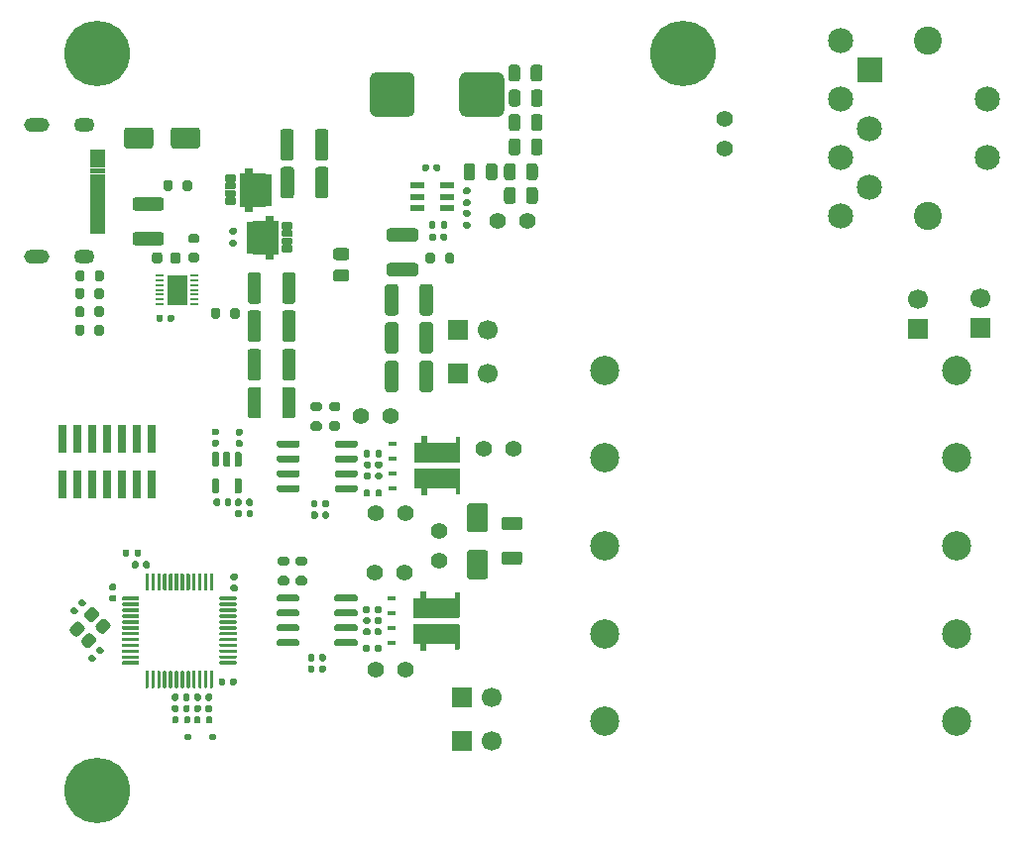
<source format=gbr>
G04 #@! TF.GenerationSoftware,KiCad,Pcbnew,9.0.1+1*
G04 #@! TF.CreationDate,2025-10-09T09:51:30+00:00*
G04 #@! TF.ProjectId,c64psu,63363470-7375-42e6-9b69-6361645f7063,rev?*
G04 #@! TF.SameCoordinates,Original*
G04 #@! TF.FileFunction,Soldermask,Top*
G04 #@! TF.FilePolarity,Negative*
%FSLAX46Y46*%
G04 Gerber Fmt 4.6, Leading zero omitted, Abs format (unit mm)*
G04 Created by KiCad (PCBNEW 9.0.1+1) date 2025-10-09 09:51:30*
%MOMM*%
%LPD*%
G01*
G04 APERTURE LIST*
%ADD10C,0.010000*%
%ADD11C,2.500000*%
%ADD12C,1.400000*%
%ADD13R,0.800000X0.200000*%
%ADD14R,1.750000X2.650000*%
%ADD15C,3.600000*%
%ADD16C,5.600000*%
%ADD17R,1.700000X1.700000*%
%ADD18C,1.700000*%
%ADD19R,1.200000X0.600000*%
%ADD20R,1.100000X0.600000*%
%ADD21R,1.100000X0.300000*%
%ADD22O,1.754000X1.254000*%
%ADD23O,2.154000X1.254000*%
%ADD24R,0.711200X0.406400*%
%ADD25R,3.987800X1.727200*%
%ADD26R,0.740000X2.400000*%
%ADD27C,2.400000*%
%ADD28C,2.154000*%
G04 APERTURE END LIST*
D10*
X155010001Y-56349800D02*
X155410000Y-56349800D01*
X155410000Y-59149800D01*
X155010001Y-59149800D01*
X155010000Y-59599801D01*
X154410000Y-59599801D01*
X154409999Y-59149800D01*
X153310000Y-59149800D01*
X153310000Y-59034800D01*
X152760000Y-59034800D01*
X152760000Y-58414800D01*
X153310000Y-58414801D01*
X153310000Y-58384800D01*
X152760000Y-58384800D01*
X152760000Y-57764800D01*
X153310000Y-57764800D01*
X153310000Y-57734800D01*
X152760000Y-57734800D01*
X152760000Y-57114800D01*
X153310000Y-57114800D01*
X153310000Y-57084799D01*
X152760000Y-57084800D01*
X152760000Y-56464800D01*
X153310000Y-56464800D01*
X153310000Y-56349800D01*
X154409999Y-56349800D01*
X154410000Y-55899799D01*
X155010000Y-55899799D01*
X155010001Y-56349800D01*
G36*
X155010001Y-56349800D02*
G01*
X155410000Y-56349800D01*
X155410000Y-59149800D01*
X155010001Y-59149800D01*
X155010000Y-59599801D01*
X154410000Y-59599801D01*
X154409999Y-59149800D01*
X153310000Y-59149800D01*
X153310000Y-59034800D01*
X152760000Y-59034800D01*
X152760000Y-58414800D01*
X153310000Y-58414801D01*
X153310000Y-58384800D01*
X152760000Y-58384800D01*
X152760000Y-57764800D01*
X153310000Y-57764800D01*
X153310000Y-57734800D01*
X152760000Y-57734800D01*
X152760000Y-57114800D01*
X153310000Y-57114800D01*
X153310000Y-57084799D01*
X152760000Y-57084800D01*
X152760000Y-56464800D01*
X153310000Y-56464800D01*
X153310000Y-56349800D01*
X154409999Y-56349800D01*
X154410000Y-55899799D01*
X155010000Y-55899799D01*
X155010001Y-56349800D01*
G37*
X140600000Y-50925000D02*
X139400000Y-50925000D01*
X139400000Y-50225000D01*
X140600000Y-50225000D01*
X140600000Y-50925000D01*
G36*
X140600000Y-50925000D02*
G01*
X139400000Y-50925000D01*
X139400000Y-50225000D01*
X140600000Y-50225000D01*
X140600000Y-50925000D01*
G37*
X140600000Y-51725000D02*
X139400000Y-51725000D01*
X139400000Y-51025000D01*
X140600000Y-51025000D01*
X140600000Y-51725000D01*
G36*
X140600000Y-51725000D02*
G01*
X139400000Y-51725000D01*
X139400000Y-51025000D01*
X140600000Y-51025000D01*
X140600000Y-51725000D01*
G37*
X140600000Y-52224999D02*
X139399999Y-52225000D01*
X139400000Y-51825000D01*
X140600000Y-51825000D01*
X140600000Y-52224999D01*
G36*
X140600000Y-52224999D02*
G01*
X139399999Y-52225000D01*
X139400000Y-51825000D01*
X140600000Y-51825000D01*
X140600000Y-52224999D01*
G37*
X140600000Y-52725000D02*
X139400000Y-52725000D01*
X139400000Y-52325000D01*
X140600000Y-52325000D01*
X140600000Y-52725000D01*
G36*
X140600000Y-52725000D02*
G01*
X139400000Y-52725000D01*
X139400000Y-52325000D01*
X140600000Y-52325000D01*
X140600000Y-52725000D01*
G37*
X140600000Y-52825001D02*
X140600000Y-53225000D01*
X139400000Y-53225000D01*
X139399999Y-52825000D01*
X140600000Y-52825001D01*
G36*
X140600000Y-52825001D02*
G01*
X140600000Y-53225000D01*
X139400000Y-53225000D01*
X139399999Y-52825000D01*
X140600000Y-52825001D01*
G37*
X140600000Y-53725000D02*
X139400000Y-53725000D01*
X139400000Y-53325000D01*
X140600000Y-53325000D01*
X140600000Y-53725000D01*
G36*
X140600000Y-53725000D02*
G01*
X139400000Y-53725000D01*
X139400000Y-53325000D01*
X140600000Y-53325000D01*
X140600000Y-53725000D01*
G37*
X140600000Y-54225000D02*
X139400000Y-54225000D01*
X139400000Y-53825000D01*
X140600000Y-53825000D01*
X140600000Y-54225000D01*
G36*
X140600000Y-54225000D02*
G01*
X139400000Y-54225000D01*
X139400000Y-53825000D01*
X140600000Y-53825000D01*
X140600000Y-54225000D01*
G37*
X140600000Y-54724999D02*
X139399999Y-54725000D01*
X139400000Y-54325000D01*
X140600000Y-54325000D01*
X140600000Y-54724999D01*
G36*
X140600000Y-54724999D02*
G01*
X139399999Y-54725000D01*
X139400000Y-54325000D01*
X140600000Y-54325000D01*
X140600000Y-54724999D01*
G37*
X140600000Y-55225000D02*
X139400000Y-55225000D01*
X139400000Y-54825000D01*
X140600000Y-54825000D01*
X140600000Y-55225000D01*
G36*
X140600000Y-55225000D02*
G01*
X139400000Y-55225000D01*
X139400000Y-54825000D01*
X140600000Y-54825000D01*
X140600000Y-55225000D01*
G37*
X140600000Y-55325001D02*
X140600000Y-55725000D01*
X139400000Y-55725000D01*
X139399999Y-55325000D01*
X140600000Y-55325001D01*
G36*
X140600000Y-55325001D02*
G01*
X140600000Y-55725000D01*
X139400000Y-55725000D01*
X139399999Y-55325000D01*
X140600000Y-55325001D01*
G37*
X140600000Y-56525000D02*
X139400000Y-56525000D01*
X139400000Y-55825000D01*
X140600000Y-55825000D01*
X140600000Y-56525000D01*
G36*
X140600000Y-56525000D02*
G01*
X139400000Y-56525000D01*
X139400000Y-55825000D01*
X140600000Y-55825000D01*
X140600000Y-56525000D01*
G37*
X140600000Y-57325000D02*
X139400000Y-57325000D01*
X139400000Y-56625000D01*
X140600000Y-56625000D01*
X140600000Y-57325000D01*
G36*
X140600000Y-57325000D02*
G01*
X139400000Y-57325000D01*
X139400000Y-56625000D01*
X140600000Y-56625000D01*
X140600000Y-57325000D01*
G37*
X153165101Y-52272750D02*
X154265100Y-52272750D01*
X154265100Y-52387750D01*
X154815100Y-52387750D01*
X154815100Y-53007750D01*
X154265100Y-53007749D01*
X154265100Y-53037750D01*
X154815100Y-53037750D01*
X154815100Y-53657750D01*
X154265100Y-53657750D01*
X154265100Y-53687750D01*
X154815100Y-53687750D01*
X154815100Y-54307750D01*
X154265100Y-54307750D01*
X154265100Y-54337751D01*
X154815100Y-54337750D01*
X154815100Y-54957750D01*
X154265100Y-54957750D01*
X154265100Y-55072750D01*
X153165101Y-55072750D01*
X153165100Y-55522751D01*
X152565100Y-55522751D01*
X152565099Y-55072750D01*
X152165100Y-55072750D01*
X152165100Y-52272750D01*
X152565099Y-52272750D01*
X152565100Y-51822749D01*
X153165100Y-51822749D01*
X153165101Y-52272750D01*
G36*
X153165101Y-52272750D02*
G01*
X154265100Y-52272750D01*
X154265100Y-52387750D01*
X154815100Y-52387750D01*
X154815100Y-53007750D01*
X154265100Y-53007749D01*
X154265100Y-53037750D01*
X154815100Y-53037750D01*
X154815100Y-53657750D01*
X154265100Y-53657750D01*
X154265100Y-53687750D01*
X154815100Y-53687750D01*
X154815100Y-54307750D01*
X154265100Y-54307750D01*
X154265100Y-54337751D01*
X154815100Y-54337750D01*
X154815100Y-54957750D01*
X154265100Y-54957750D01*
X154265100Y-55072750D01*
X153165101Y-55072750D01*
X153165100Y-55522751D01*
X152565100Y-55522751D01*
X152565099Y-55072750D01*
X152165100Y-55072750D01*
X152165100Y-52272750D01*
X152565099Y-52272750D01*
X152565100Y-51822749D01*
X153165100Y-51822749D01*
X153165101Y-52272750D01*
G37*
D11*
X183370000Y-69110000D03*
X183370000Y-76610000D03*
X183370000Y-84110000D03*
X183370000Y-91610000D03*
X183370000Y-99110000D03*
X213370000Y-69110000D03*
X213370000Y-76610000D03*
X213370000Y-84110000D03*
X213370000Y-91610000D03*
X213370000Y-99110000D03*
G36*
G01*
X162745200Y-79788600D02*
X162745200Y-79418600D01*
G75*
G02*
X162880200Y-79283600I135000J0D01*
G01*
X163150200Y-79283600D01*
G75*
G02*
X163285200Y-79418600I0J-135000D01*
G01*
X163285200Y-79788600D01*
G75*
G02*
X163150200Y-79923600I-135000J0D01*
G01*
X162880200Y-79923600D01*
G75*
G02*
X162745200Y-79788600I0J135000D01*
G01*
G37*
G36*
G01*
X163765200Y-79788600D02*
X163765200Y-79418600D01*
G75*
G02*
X163900200Y-79283600I135000J0D01*
G01*
X164170200Y-79283600D01*
G75*
G02*
X164305200Y-79418600I0J-135000D01*
G01*
X164305200Y-79788600D01*
G75*
G02*
X164170200Y-79923600I-135000J0D01*
G01*
X163900200Y-79923600D01*
G75*
G02*
X163765200Y-79788600I0J135000D01*
G01*
G37*
G36*
G01*
X158266800Y-81653200D02*
X158266800Y-81313200D01*
G75*
G02*
X158406800Y-81173200I140000J0D01*
G01*
X158686800Y-81173200D01*
G75*
G02*
X158826800Y-81313200I0J-140000D01*
G01*
X158826800Y-81653200D01*
G75*
G02*
X158686800Y-81793200I-140000J0D01*
G01*
X158406800Y-81793200D01*
G75*
G02*
X158266800Y-81653200I0J140000D01*
G01*
G37*
G36*
G01*
X159226800Y-81653200D02*
X159226800Y-81313200D01*
G75*
G02*
X159366800Y-81173200I140000J0D01*
G01*
X159646800Y-81173200D01*
G75*
G02*
X159786800Y-81313200I0J-140000D01*
G01*
X159786800Y-81653200D01*
G75*
G02*
X159646800Y-81793200I-140000J0D01*
G01*
X159366800Y-81793200D01*
G75*
G02*
X159226800Y-81653200I0J140000D01*
G01*
G37*
G36*
G01*
X157990000Y-94810400D02*
X157990000Y-94470400D01*
G75*
G02*
X158130000Y-94330400I140000J0D01*
G01*
X158410000Y-94330400D01*
G75*
G02*
X158550000Y-94470400I0J-140000D01*
G01*
X158550000Y-94810400D01*
G75*
G02*
X158410000Y-94950400I-140000J0D01*
G01*
X158130000Y-94950400D01*
G75*
G02*
X157990000Y-94810400I0J140000D01*
G01*
G37*
G36*
G01*
X158950000Y-94810400D02*
X158950000Y-94470400D01*
G75*
G02*
X159090000Y-94330400I140000J0D01*
G01*
X159370000Y-94330400D01*
G75*
G02*
X159510000Y-94470400I0J-140000D01*
G01*
X159510000Y-94810400D01*
G75*
G02*
X159370000Y-94950400I-140000J0D01*
G01*
X159090000Y-94950400D01*
G75*
G02*
X158950000Y-94810400I0J140000D01*
G01*
G37*
G36*
G01*
X174732301Y-54655750D02*
X174732301Y-53705750D01*
G75*
G02*
X174982301Y-53455750I250000J0D01*
G01*
X175482301Y-53455750D01*
G75*
G02*
X175732301Y-53705750I0J-250000D01*
G01*
X175732301Y-54655750D01*
G75*
G02*
X175482301Y-54905750I-250000J0D01*
G01*
X174982301Y-54905750D01*
G75*
G02*
X174732301Y-54655750I0J250000D01*
G01*
G37*
G36*
G01*
X176632299Y-54655750D02*
X176632299Y-53705750D01*
G75*
G02*
X176882299Y-53455750I250000J0D01*
G01*
X177382299Y-53455750D01*
G75*
G02*
X177632299Y-53705750I0J-250000D01*
G01*
X177632299Y-54655750D01*
G75*
G02*
X177382299Y-54905750I-250000J0D01*
G01*
X176882299Y-54905750D01*
G75*
G02*
X176632299Y-54655750I0J250000D01*
G01*
G37*
G36*
G01*
X155350800Y-75562600D02*
X155350800Y-75262600D01*
G75*
G02*
X155500800Y-75112600I150000J0D01*
G01*
X157150800Y-75112600D01*
G75*
G02*
X157300800Y-75262600I0J-150000D01*
G01*
X157300800Y-75562600D01*
G75*
G02*
X157150800Y-75712600I-150000J0D01*
G01*
X155500800Y-75712600D01*
G75*
G02*
X155350800Y-75562600I0J150000D01*
G01*
G37*
G36*
G01*
X155350800Y-76832600D02*
X155350800Y-76532600D01*
G75*
G02*
X155500800Y-76382600I150000J0D01*
G01*
X157150800Y-76382600D01*
G75*
G02*
X157300800Y-76532600I0J-150000D01*
G01*
X157300800Y-76832600D01*
G75*
G02*
X157150800Y-76982600I-150000J0D01*
G01*
X155500800Y-76982600D01*
G75*
G02*
X155350800Y-76832600I0J150000D01*
G01*
G37*
G36*
G01*
X155350800Y-78102600D02*
X155350800Y-77802600D01*
G75*
G02*
X155500800Y-77652600I150000J0D01*
G01*
X157150800Y-77652600D01*
G75*
G02*
X157300800Y-77802600I0J-150000D01*
G01*
X157300800Y-78102600D01*
G75*
G02*
X157150800Y-78252600I-150000J0D01*
G01*
X155500800Y-78252600D01*
G75*
G02*
X155350800Y-78102600I0J150000D01*
G01*
G37*
G36*
G01*
X155350800Y-79372600D02*
X155350800Y-79072600D01*
G75*
G02*
X155500800Y-78922600I150000J0D01*
G01*
X157150800Y-78922600D01*
G75*
G02*
X157300800Y-79072600I0J-150000D01*
G01*
X157300800Y-79372600D01*
G75*
G02*
X157150800Y-79522600I-150000J0D01*
G01*
X155500800Y-79522600D01*
G75*
G02*
X155350800Y-79372600I0J150000D01*
G01*
G37*
G36*
G01*
X160300800Y-79372600D02*
X160300800Y-79072600D01*
G75*
G02*
X160450800Y-78922600I150000J0D01*
G01*
X162100800Y-78922600D01*
G75*
G02*
X162250800Y-79072600I0J-150000D01*
G01*
X162250800Y-79372600D01*
G75*
G02*
X162100800Y-79522600I-150000J0D01*
G01*
X160450800Y-79522600D01*
G75*
G02*
X160300800Y-79372600I0J150000D01*
G01*
G37*
G36*
G01*
X160300800Y-78102600D02*
X160300800Y-77802600D01*
G75*
G02*
X160450800Y-77652600I150000J0D01*
G01*
X162100800Y-77652600D01*
G75*
G02*
X162250800Y-77802600I0J-150000D01*
G01*
X162250800Y-78102600D01*
G75*
G02*
X162100800Y-78252600I-150000J0D01*
G01*
X160450800Y-78252600D01*
G75*
G02*
X160300800Y-78102600I0J150000D01*
G01*
G37*
G36*
G01*
X160300800Y-76832600D02*
X160300800Y-76532600D01*
G75*
G02*
X160450800Y-76382600I150000J0D01*
G01*
X162100800Y-76382600D01*
G75*
G02*
X162250800Y-76532600I0J-150000D01*
G01*
X162250800Y-76832600D01*
G75*
G02*
X162100800Y-76982600I-150000J0D01*
G01*
X160450800Y-76982600D01*
G75*
G02*
X160300800Y-76832600I0J150000D01*
G01*
G37*
G36*
G01*
X160300800Y-75562600D02*
X160300800Y-75262600D01*
G75*
G02*
X160450800Y-75112600I150000J0D01*
G01*
X162100800Y-75112600D01*
G75*
G02*
X162250800Y-75262600I0J-150000D01*
G01*
X162250800Y-75562600D01*
G75*
G02*
X162100800Y-75712600I-150000J0D01*
G01*
X160450800Y-75712600D01*
G75*
G02*
X160300800Y-75562600I0J150000D01*
G01*
G37*
G36*
G01*
X175138701Y-50490150D02*
X175138701Y-49540150D01*
G75*
G02*
X175388701Y-49290150I250000J0D01*
G01*
X175888701Y-49290150D01*
G75*
G02*
X176138701Y-49540150I0J-250000D01*
G01*
X176138701Y-50490150D01*
G75*
G02*
X175888701Y-50740150I-250000J0D01*
G01*
X175388701Y-50740150D01*
G75*
G02*
X175138701Y-50490150I0J250000D01*
G01*
G37*
G36*
G01*
X177038699Y-50490150D02*
X177038699Y-49540150D01*
G75*
G02*
X177288699Y-49290150I250000J0D01*
G01*
X177788699Y-49290150D01*
G75*
G02*
X178038699Y-49540150I0J-250000D01*
G01*
X178038699Y-50490150D01*
G75*
G02*
X177788699Y-50740150I-250000J0D01*
G01*
X177288699Y-50740150D01*
G75*
G02*
X177038699Y-50490150I0J250000D01*
G01*
G37*
D12*
X163748400Y-94691200D03*
X166288400Y-94691200D03*
G36*
G01*
X156939201Y-60977600D02*
X156939201Y-63177600D01*
G75*
G02*
X156689201Y-63427600I-250000J0D01*
G01*
X156039201Y-63427600D01*
G75*
G02*
X155789201Y-63177600I0J250000D01*
G01*
X155789201Y-60977600D01*
G75*
G02*
X156039201Y-60727600I250000J0D01*
G01*
X156689201Y-60727600D01*
G75*
G02*
X156939201Y-60977600I0J-250000D01*
G01*
G37*
G36*
G01*
X153989199Y-60977600D02*
X153989199Y-63177600D01*
G75*
G02*
X153739199Y-63427600I-250000J0D01*
G01*
X153089199Y-63427600D01*
G75*
G02*
X152839199Y-63177600I0J250000D01*
G01*
X152839199Y-60977600D01*
G75*
G02*
X153089199Y-60727600I250000J0D01*
G01*
X153739199Y-60727600D01*
G75*
G02*
X153989199Y-60977600I0J-250000D01*
G01*
G37*
X163799200Y-81330800D03*
X166339200Y-81330800D03*
G36*
G01*
X163187200Y-91742800D02*
X162847200Y-91742800D01*
G75*
G02*
X162707200Y-91602800I0J140000D01*
G01*
X162707200Y-91322800D01*
G75*
G02*
X162847200Y-91182800I140000J0D01*
G01*
X163187200Y-91182800D01*
G75*
G02*
X163327200Y-91322800I0J-140000D01*
G01*
X163327200Y-91602800D01*
G75*
G02*
X163187200Y-91742800I-140000J0D01*
G01*
G37*
G36*
G01*
X163187200Y-90782800D02*
X162847200Y-90782800D01*
G75*
G02*
X162707200Y-90642800I0J140000D01*
G01*
X162707200Y-90362800D01*
G75*
G02*
X162847200Y-90222800I140000J0D01*
G01*
X163187200Y-90222800D01*
G75*
G02*
X163327200Y-90362800I0J-140000D01*
G01*
X163327200Y-90642800D01*
G75*
G02*
X163187200Y-90782800I-140000J0D01*
G01*
G37*
G36*
G01*
X144665000Y-59766250D02*
X144665000Y-59253750D01*
G75*
G02*
X144883750Y-59035000I218750J0D01*
G01*
X145321250Y-59035000D01*
G75*
G02*
X145540000Y-59253750I0J-218750D01*
G01*
X145540000Y-59766250D01*
G75*
G02*
X145321250Y-59985000I-218750J0D01*
G01*
X144883750Y-59985000D01*
G75*
G02*
X144665000Y-59766250I0J218750D01*
G01*
G37*
G36*
G01*
X146240000Y-59766250D02*
X146240000Y-59253750D01*
G75*
G02*
X146458750Y-59035000I218750J0D01*
G01*
X146896250Y-59035000D01*
G75*
G02*
X147115000Y-59253750I0J-218750D01*
G01*
X147115000Y-59766250D01*
G75*
G02*
X146896250Y-59985000I-218750J0D01*
G01*
X146458750Y-59985000D01*
G75*
G02*
X146240000Y-59766250I0J218750D01*
G01*
G37*
G36*
G01*
X151454499Y-80227700D02*
X151454499Y-80567700D01*
G75*
G02*
X151314499Y-80707700I-140000J0D01*
G01*
X151034499Y-80707700D01*
G75*
G02*
X150894499Y-80567700I0J140000D01*
G01*
X150894499Y-80227700D01*
G75*
G02*
X151034499Y-80087700I140000J0D01*
G01*
X151314499Y-80087700D01*
G75*
G02*
X151454499Y-80227700I0J-140000D01*
G01*
G37*
G36*
G01*
X150494499Y-80227700D02*
X150494499Y-80567700D01*
G75*
G02*
X150354499Y-80707700I-140000J0D01*
G01*
X150074499Y-80707700D01*
G75*
G02*
X149934499Y-80567700I0J140000D01*
G01*
X149934499Y-80227700D01*
G75*
G02*
X150074499Y-80087700I140000J0D01*
G01*
X150354499Y-80087700D01*
G75*
G02*
X150494499Y-80227700I0J-140000D01*
G01*
G37*
D13*
X148317500Y-63436750D03*
X148317500Y-63036750D03*
X148317500Y-62636750D03*
X148317500Y-62236750D03*
X148317500Y-61836750D03*
X148317500Y-61436750D03*
X148317500Y-61036750D03*
X145317500Y-61036750D03*
X145317500Y-61436750D03*
X145317500Y-61836750D03*
X145317500Y-62236750D03*
X145317500Y-62636750D03*
X145317500Y-63036750D03*
X145317500Y-63436750D03*
D14*
X146817500Y-62236750D03*
G36*
G01*
X162694400Y-89745400D02*
X162694400Y-89375400D01*
G75*
G02*
X162829400Y-89240400I135000J0D01*
G01*
X163099400Y-89240400D01*
G75*
G02*
X163234400Y-89375400I0J-135000D01*
G01*
X163234400Y-89745400D01*
G75*
G02*
X163099400Y-89880400I-135000J0D01*
G01*
X162829400Y-89880400D01*
G75*
G02*
X162694400Y-89745400I0J135000D01*
G01*
G37*
G36*
G01*
X163714400Y-89745400D02*
X163714400Y-89375400D01*
G75*
G02*
X163849400Y-89240400I135000J0D01*
G01*
X164119400Y-89240400D01*
G75*
G02*
X164254400Y-89375400I0J-135000D01*
G01*
X164254400Y-89745400D01*
G75*
G02*
X164119400Y-89880400I-135000J0D01*
G01*
X163849400Y-89880400D01*
G75*
G02*
X163714400Y-89745400I0J135000D01*
G01*
G37*
G36*
G01*
X158974200Y-74287600D02*
X158424200Y-74287600D01*
G75*
G02*
X158224200Y-74087600I0J200000D01*
G01*
X158224200Y-73687600D01*
G75*
G02*
X158424200Y-73487600I200000J0D01*
G01*
X158974200Y-73487600D01*
G75*
G02*
X159174200Y-73687600I0J-200000D01*
G01*
X159174200Y-74087600D01*
G75*
G02*
X158974200Y-74287600I-200000J0D01*
G01*
G37*
G36*
G01*
X158974200Y-72637600D02*
X158424200Y-72637600D01*
G75*
G02*
X158224200Y-72437600I0J200000D01*
G01*
X158224200Y-72037600D01*
G75*
G02*
X158424200Y-71837600I200000J0D01*
G01*
X158974200Y-71837600D01*
G75*
G02*
X159174200Y-72037600I0J-200000D01*
G01*
X159174200Y-72437600D01*
G75*
G02*
X158974200Y-72637600I-200000J0D01*
G01*
G37*
D15*
X190000000Y-42000000D03*
D16*
X190000000Y-42000000D03*
G36*
G01*
X160549000Y-74275400D02*
X159999000Y-74275400D01*
G75*
G02*
X159799000Y-74075400I0J200000D01*
G01*
X159799000Y-73675400D01*
G75*
G02*
X159999000Y-73475400I200000J0D01*
G01*
X160549000Y-73475400D01*
G75*
G02*
X160749000Y-73675400I0J-200000D01*
G01*
X160749000Y-74075400D01*
G75*
G02*
X160549000Y-74275400I-200000J0D01*
G01*
G37*
G36*
G01*
X160549000Y-72625400D02*
X159999000Y-72625400D01*
G75*
G02*
X159799000Y-72425400I0J200000D01*
G01*
X159799000Y-72025400D01*
G75*
G02*
X159999000Y-71825400I200000J0D01*
G01*
X160549000Y-71825400D01*
G75*
G02*
X160749000Y-72025400I0J-200000D01*
G01*
X160749000Y-72425400D01*
G75*
G02*
X160549000Y-72625400I-200000J0D01*
G01*
G37*
G36*
G01*
X140577300Y-60763750D02*
X140577300Y-61313750D01*
G75*
G02*
X140377300Y-61513750I-200000J0D01*
G01*
X139977300Y-61513750D01*
G75*
G02*
X139777300Y-61313750I0J200000D01*
G01*
X139777300Y-60763750D01*
G75*
G02*
X139977300Y-60563750I200000J0D01*
G01*
X140377300Y-60563750D01*
G75*
G02*
X140577300Y-60763750I0J-200000D01*
G01*
G37*
G36*
G01*
X138927300Y-60763750D02*
X138927300Y-61313750D01*
G75*
G02*
X138727300Y-61513750I-200000J0D01*
G01*
X138327300Y-61513750D01*
G75*
G02*
X138127300Y-61313750I0J200000D01*
G01*
X138127300Y-60763750D01*
G75*
G02*
X138327300Y-60563750I200000J0D01*
G01*
X138727300Y-60563750D01*
G75*
G02*
X138927300Y-60763750I0J-200000D01*
G01*
G37*
G36*
G01*
X175123500Y-44190950D02*
X175123500Y-43240950D01*
G75*
G02*
X175373500Y-42990950I250000J0D01*
G01*
X175873500Y-42990950D01*
G75*
G02*
X176123500Y-43240950I0J-250000D01*
G01*
X176123500Y-44190950D01*
G75*
G02*
X175873500Y-44440950I-250000J0D01*
G01*
X175373500Y-44440950D01*
G75*
G02*
X175123500Y-44190950I0J250000D01*
G01*
G37*
G36*
G01*
X177023498Y-44190950D02*
X177023498Y-43240950D01*
G75*
G02*
X177273498Y-42990950I250000J0D01*
G01*
X177773498Y-42990950D01*
G75*
G02*
X178023498Y-43240950I0J-250000D01*
G01*
X178023498Y-44190950D01*
G75*
G02*
X177773498Y-44440950I-250000J0D01*
G01*
X177273498Y-44440950D01*
G75*
G02*
X177023498Y-44190950I0J250000D01*
G01*
G37*
G36*
G01*
X158244000Y-80688000D02*
X158244000Y-80348000D01*
G75*
G02*
X158384000Y-80208000I140000J0D01*
G01*
X158664000Y-80208000D01*
G75*
G02*
X158804000Y-80348000I0J-140000D01*
G01*
X158804000Y-80688000D01*
G75*
G02*
X158664000Y-80828000I-140000J0D01*
G01*
X158384000Y-80828000D01*
G75*
G02*
X158244000Y-80688000I0J140000D01*
G01*
G37*
G36*
G01*
X159204000Y-80688000D02*
X159204000Y-80348000D01*
G75*
G02*
X159344000Y-80208000I140000J0D01*
G01*
X159624000Y-80208000D01*
G75*
G02*
X159764000Y-80348000I0J-140000D01*
G01*
X159764000Y-80688000D01*
G75*
G02*
X159624000Y-80828000I-140000J0D01*
G01*
X159344000Y-80828000D01*
G75*
G02*
X159204000Y-80688000I0J140000D01*
G01*
G37*
G36*
G01*
X151410100Y-56958750D02*
X151780100Y-56958750D01*
G75*
G02*
X151915100Y-57093750I0J-135000D01*
G01*
X151915100Y-57363750D01*
G75*
G02*
X151780100Y-57498750I-135000J0D01*
G01*
X151410100Y-57498750D01*
G75*
G02*
X151275100Y-57363750I0J135000D01*
G01*
X151275100Y-57093750D01*
G75*
G02*
X151410100Y-56958750I135000J0D01*
G01*
G37*
G36*
G01*
X151410100Y-57978748D02*
X151780100Y-57978748D01*
G75*
G02*
X151915100Y-58113748I0J-135000D01*
G01*
X151915100Y-58383748D01*
G75*
G02*
X151780100Y-58518748I-135000J0D01*
G01*
X151410100Y-58518748D01*
G75*
G02*
X151275100Y-58383748I0J135000D01*
G01*
X151275100Y-58113748D01*
G75*
G02*
X151410100Y-57978748I135000J0D01*
G01*
G37*
G36*
G01*
X157704200Y-87483400D02*
X157154200Y-87483400D01*
G75*
G02*
X156954200Y-87283400I0J200000D01*
G01*
X156954200Y-86883400D01*
G75*
G02*
X157154200Y-86683400I200000J0D01*
G01*
X157704200Y-86683400D01*
G75*
G02*
X157904200Y-86883400I0J-200000D01*
G01*
X157904200Y-87283400D01*
G75*
G02*
X157704200Y-87483400I-200000J0D01*
G01*
G37*
G36*
G01*
X157704200Y-85833400D02*
X157154200Y-85833400D01*
G75*
G02*
X156954200Y-85633400I0J200000D01*
G01*
X156954200Y-85233400D01*
G75*
G02*
X157154200Y-85033400I200000J0D01*
G01*
X157704200Y-85033400D01*
G75*
G02*
X157904200Y-85233400I0J-200000D01*
G01*
X157904200Y-85633400D01*
G75*
G02*
X157704200Y-85833400I-200000J0D01*
G01*
G37*
G36*
G01*
X168674001Y-61993600D02*
X168674001Y-64193600D01*
G75*
G02*
X168424001Y-64443600I-250000J0D01*
G01*
X167774001Y-64443600D01*
G75*
G02*
X167524001Y-64193600I0J250000D01*
G01*
X167524001Y-61993600D01*
G75*
G02*
X167774001Y-61743600I250000J0D01*
G01*
X168424001Y-61743600D01*
G75*
G02*
X168674001Y-61993600I0J-250000D01*
G01*
G37*
G36*
G01*
X165723999Y-61993600D02*
X165723999Y-64193600D01*
G75*
G02*
X165473999Y-64443600I-250000J0D01*
G01*
X164823999Y-64443600D01*
G75*
G02*
X164573999Y-64193600I0J250000D01*
G01*
X164573999Y-61993600D01*
G75*
G02*
X164823999Y-61743600I250000J0D01*
G01*
X165473999Y-61743600D01*
G75*
G02*
X165723999Y-61993600I0J-250000D01*
G01*
G37*
G36*
G01*
X148282200Y-98197000D02*
X148282200Y-97857000D01*
G75*
G02*
X148422200Y-97717000I140000J0D01*
G01*
X148702200Y-97717000D01*
G75*
G02*
X148842200Y-97857000I0J-140000D01*
G01*
X148842200Y-98197000D01*
G75*
G02*
X148702200Y-98337000I-140000J0D01*
G01*
X148422200Y-98337000D01*
G75*
G02*
X148282200Y-98197000I0J140000D01*
G01*
G37*
G36*
G01*
X149242200Y-98197000D02*
X149242200Y-97857000D01*
G75*
G02*
X149382200Y-97717000I140000J0D01*
G01*
X149662200Y-97717000D01*
G75*
G02*
X149802200Y-97857000I0J-140000D01*
G01*
X149802200Y-98197000D01*
G75*
G02*
X149662200Y-98337000I-140000J0D01*
G01*
X149382200Y-98337000D01*
G75*
G02*
X149242200Y-98197000I0J140000D01*
G01*
G37*
G36*
G01*
X163812400Y-90222800D02*
X164152400Y-90222800D01*
G75*
G02*
X164292400Y-90362800I0J-140000D01*
G01*
X164292400Y-90642800D01*
G75*
G02*
X164152400Y-90782800I-140000J0D01*
G01*
X163812400Y-90782800D01*
G75*
G02*
X163672400Y-90642800I0J140000D01*
G01*
X163672400Y-90362800D01*
G75*
G02*
X163812400Y-90222800I140000J0D01*
G01*
G37*
G36*
G01*
X163812400Y-91182800D02*
X164152400Y-91182800D01*
G75*
G02*
X164292400Y-91322800I0J-140000D01*
G01*
X164292400Y-91602800D01*
G75*
G02*
X164152400Y-91742800I-140000J0D01*
G01*
X163812400Y-91742800D01*
G75*
G02*
X163672400Y-91602800I0J140000D01*
G01*
X163672400Y-91322800D01*
G75*
G02*
X163812400Y-91182800I140000J0D01*
G01*
G37*
G36*
G01*
X171374500Y-53504350D02*
X171744500Y-53504350D01*
G75*
G02*
X171879500Y-53639350I0J-135000D01*
G01*
X171879500Y-53909350D01*
G75*
G02*
X171744500Y-54044350I-135000J0D01*
G01*
X171374500Y-54044350D01*
G75*
G02*
X171239500Y-53909350I0J135000D01*
G01*
X171239500Y-53639350D01*
G75*
G02*
X171374500Y-53504350I135000J0D01*
G01*
G37*
G36*
G01*
X171374500Y-54524348D02*
X171744500Y-54524348D01*
G75*
G02*
X171879500Y-54659348I0J-135000D01*
G01*
X171879500Y-54929348D01*
G75*
G02*
X171744500Y-55064348I-135000J0D01*
G01*
X171374500Y-55064348D01*
G75*
G02*
X171239500Y-54929348I0J135000D01*
G01*
X171239500Y-54659348D01*
G75*
G02*
X171374500Y-54524348I135000J0D01*
G01*
G37*
G36*
G01*
X137957007Y-89997809D02*
X137716591Y-89757393D01*
G75*
G02*
X137716591Y-89559403I98995J98995D01*
G01*
X137914581Y-89361413D01*
G75*
G02*
X138112571Y-89361413I98995J-98995D01*
G01*
X138352987Y-89601829D01*
G75*
G02*
X138352987Y-89799819I-98995J-98995D01*
G01*
X138154997Y-89997809D01*
G75*
G02*
X137957007Y-89997809I-98995J98995D01*
G01*
G37*
G36*
G01*
X138635829Y-89318987D02*
X138395413Y-89078571D01*
G75*
G02*
X138395413Y-88880581I98995J98995D01*
G01*
X138593403Y-88682591D01*
G75*
G02*
X138791393Y-88682591I98995J-98995D01*
G01*
X139031809Y-88923007D01*
G75*
G02*
X139031809Y-89120997I-98995J-98995D01*
G01*
X138833819Y-89318987D01*
G75*
G02*
X138635829Y-89318987I-98995J98995D01*
G01*
G37*
D17*
X170784600Y-65684400D03*
D18*
X173324600Y-65684400D03*
G36*
G01*
X145645700Y-53592150D02*
X145645700Y-53042150D01*
G75*
G02*
X145845700Y-52842150I200000J0D01*
G01*
X146245700Y-52842150D01*
G75*
G02*
X146445700Y-53042150I0J-200000D01*
G01*
X146445700Y-53592150D01*
G75*
G02*
X146245700Y-53792150I-200000J0D01*
G01*
X145845700Y-53792150D01*
G75*
G02*
X145645700Y-53592150I0J200000D01*
G01*
G37*
G36*
G01*
X147295700Y-53592150D02*
X147295700Y-53042150D01*
G75*
G02*
X147495700Y-52842150I200000J0D01*
G01*
X147895700Y-52842150D01*
G75*
G02*
X148095700Y-53042150I0J-200000D01*
G01*
X148095700Y-53592150D01*
G75*
G02*
X147895700Y-53792150I-200000J0D01*
G01*
X147495700Y-53792150D01*
G75*
G02*
X147295700Y-53592150I0J200000D01*
G01*
G37*
D17*
X171140200Y-100787200D03*
D18*
X173680200Y-100787200D03*
G36*
G01*
X171374500Y-55432751D02*
X171744500Y-55432751D01*
G75*
G02*
X171879500Y-55567751I0J-135000D01*
G01*
X171879500Y-55837751D01*
G75*
G02*
X171744500Y-55972751I-135000J0D01*
G01*
X171374500Y-55972751D01*
G75*
G02*
X171239500Y-55837751I0J135000D01*
G01*
X171239500Y-55567751D01*
G75*
G02*
X171374500Y-55432751I135000J0D01*
G01*
G37*
G36*
G01*
X171374500Y-56452749D02*
X171744500Y-56452749D01*
G75*
G02*
X171879500Y-56587749I0J-135000D01*
G01*
X171879500Y-56857749D01*
G75*
G02*
X171744500Y-56992749I-135000J0D01*
G01*
X171374500Y-56992749D01*
G75*
G02*
X171239500Y-56857749I0J135000D01*
G01*
X171239500Y-56587749D01*
G75*
G02*
X171374500Y-56452749I135000J0D01*
G01*
G37*
G36*
G01*
X140569400Y-63834600D02*
X140569400Y-64384600D01*
G75*
G02*
X140369400Y-64584600I-200000J0D01*
G01*
X139969400Y-64584600D01*
G75*
G02*
X139769400Y-64384600I0J200000D01*
G01*
X139769400Y-63834600D01*
G75*
G02*
X139969400Y-63634600I200000J0D01*
G01*
X140369400Y-63634600D01*
G75*
G02*
X140569400Y-63834600I0J-200000D01*
G01*
G37*
G36*
G01*
X138919400Y-63834600D02*
X138919400Y-64384600D01*
G75*
G02*
X138719400Y-64584600I-200000J0D01*
G01*
X138319400Y-64584600D01*
G75*
G02*
X138119400Y-64384600I0J200000D01*
G01*
X138119400Y-63834600D01*
G75*
G02*
X138319400Y-63634600I200000J0D01*
G01*
X138719400Y-63634600D01*
G75*
G02*
X138919400Y-63834600I0J-200000D01*
G01*
G37*
G36*
G01*
X142281098Y-49903150D02*
X142281098Y-48603150D01*
G75*
G02*
X142531098Y-48353150I250000J0D01*
G01*
X144531098Y-48353150D01*
G75*
G02*
X144781098Y-48603150I0J-250000D01*
G01*
X144781098Y-49903150D01*
G75*
G02*
X144531098Y-50153150I-250000J0D01*
G01*
X142531098Y-50153150D01*
G75*
G02*
X142281098Y-49903150I0J250000D01*
G01*
G37*
G36*
G01*
X146281100Y-49903150D02*
X146281100Y-48603150D01*
G75*
G02*
X146531100Y-48353150I250000J0D01*
G01*
X148531100Y-48353150D01*
G75*
G02*
X148781100Y-48603150I0J-250000D01*
G01*
X148781100Y-49903150D01*
G75*
G02*
X148531100Y-50153150I-250000J0D01*
G01*
X146531100Y-50153150D01*
G75*
G02*
X146281100Y-49903150I0J250000D01*
G01*
G37*
G36*
G01*
X150254899Y-75620500D02*
X149914899Y-75620500D01*
G75*
G02*
X149774899Y-75480500I0J140000D01*
G01*
X149774899Y-75200500D01*
G75*
G02*
X149914899Y-75060500I140000J0D01*
G01*
X150254899Y-75060500D01*
G75*
G02*
X150394899Y-75200500I0J-140000D01*
G01*
X150394899Y-75480500D01*
G75*
G02*
X150254899Y-75620500I-140000J0D01*
G01*
G37*
G36*
G01*
X150254899Y-74660500D02*
X149914899Y-74660500D01*
G75*
G02*
X149774899Y-74520500I0J140000D01*
G01*
X149774899Y-74240500D01*
G75*
G02*
X149914899Y-74100500I140000J0D01*
G01*
X150254899Y-74100500D01*
G75*
G02*
X150394899Y-74240500I0J-140000D01*
G01*
X150394899Y-74520500D01*
G75*
G02*
X150254899Y-74660500I-140000J0D01*
G01*
G37*
G36*
G01*
X156662000Y-58514800D02*
X156662000Y-58934800D01*
G75*
G02*
X156560000Y-59036800I-102000J0D01*
G01*
X155860000Y-59036800D01*
G75*
G02*
X155758000Y-58934800I0J102000D01*
G01*
X155758000Y-58514800D01*
G75*
G02*
X155860000Y-58412800I102000J0D01*
G01*
X156560000Y-58412800D01*
G75*
G02*
X156662000Y-58514800I0J-102000D01*
G01*
G37*
G36*
G01*
X156662000Y-57864800D02*
X156662000Y-58284800D01*
G75*
G02*
X156560000Y-58386800I-102000J0D01*
G01*
X155860000Y-58386800D01*
G75*
G02*
X155758000Y-58284800I0J102000D01*
G01*
X155758000Y-57864800D01*
G75*
G02*
X155860000Y-57762800I102000J0D01*
G01*
X156560000Y-57762800D01*
G75*
G02*
X156662000Y-57864800I0J-102000D01*
G01*
G37*
G36*
G01*
X156662000Y-57214800D02*
X156662000Y-57634800D01*
G75*
G02*
X156560000Y-57736800I-102000J0D01*
G01*
X155860000Y-57736800D01*
G75*
G02*
X155758000Y-57634800I0J102000D01*
G01*
X155758000Y-57214800D01*
G75*
G02*
X155860000Y-57112800I102000J0D01*
G01*
X156560000Y-57112800D01*
G75*
G02*
X156662000Y-57214800I0J-102000D01*
G01*
G37*
G36*
G01*
X156662000Y-56564800D02*
X156662000Y-56984800D01*
G75*
G02*
X156560000Y-57086800I-102000J0D01*
G01*
X155860000Y-57086800D01*
G75*
G02*
X155758000Y-56984800I0J102000D01*
G01*
X155758000Y-56564800D01*
G75*
G02*
X155860000Y-56462800I102000J0D01*
G01*
X156560000Y-56462800D01*
G75*
G02*
X156662000Y-56564800I0J-102000D01*
G01*
G37*
D17*
X170835400Y-69392800D03*
D18*
X173375400Y-69392800D03*
G36*
G01*
X174177899Y-51673750D02*
X174177899Y-52623750D01*
G75*
G02*
X173927899Y-52873750I-250000J0D01*
G01*
X173427899Y-52873750D01*
G75*
G02*
X173177899Y-52623750I0J250000D01*
G01*
X173177899Y-51673750D01*
G75*
G02*
X173427899Y-51423750I250000J0D01*
G01*
X173927899Y-51423750D01*
G75*
G02*
X174177899Y-51673750I0J-250000D01*
G01*
G37*
G36*
G01*
X172277901Y-51673750D02*
X172277901Y-52623750D01*
G75*
G02*
X172027901Y-52873750I-250000J0D01*
G01*
X171527901Y-52873750D01*
G75*
G02*
X171277901Y-52623750I0J250000D01*
G01*
X171277901Y-51673750D01*
G75*
G02*
X171527901Y-51423750I250000J0D01*
G01*
X172027901Y-51423750D01*
G75*
G02*
X172277901Y-51673750I0J-250000D01*
G01*
G37*
D12*
X172994001Y-75844400D03*
X175534001Y-75844400D03*
X165079999Y-73050400D03*
X162539999Y-73050400D03*
G36*
G01*
X152286899Y-75643300D02*
X151946899Y-75643300D01*
G75*
G02*
X151806899Y-75503300I0J140000D01*
G01*
X151806899Y-75223300D01*
G75*
G02*
X151946899Y-75083300I140000J0D01*
G01*
X152286899Y-75083300D01*
G75*
G02*
X152426899Y-75223300I0J-140000D01*
G01*
X152426899Y-75503300D01*
G75*
G02*
X152286899Y-75643300I-140000J0D01*
G01*
G37*
G36*
G01*
X152286899Y-74683300D02*
X151946899Y-74683300D01*
G75*
G02*
X151806899Y-74543300I0J140000D01*
G01*
X151806899Y-74263300D01*
G75*
G02*
X151946899Y-74123300I140000J0D01*
G01*
X152286899Y-74123300D01*
G75*
G02*
X152426899Y-74263300I0J-140000D01*
G01*
X152426899Y-74543300D01*
G75*
G02*
X152286899Y-74683300I-140000J0D01*
G01*
G37*
G36*
G01*
X147899800Y-97857000D02*
X147899800Y-98197000D01*
G75*
G02*
X147759800Y-98337000I-140000J0D01*
G01*
X147479800Y-98337000D01*
G75*
G02*
X147339800Y-98197000I0J140000D01*
G01*
X147339800Y-97857000D01*
G75*
G02*
X147479800Y-97717000I140000J0D01*
G01*
X147759800Y-97717000D01*
G75*
G02*
X147899800Y-97857000I0J-140000D01*
G01*
G37*
G36*
G01*
X146939800Y-97857000D02*
X146939800Y-98197000D01*
G75*
G02*
X146799800Y-98337000I-140000J0D01*
G01*
X146519800Y-98337000D01*
G75*
G02*
X146379800Y-98197000I0J140000D01*
G01*
X146379800Y-97857000D01*
G75*
G02*
X146519800Y-97717000I140000J0D01*
G01*
X146799800Y-97717000D01*
G75*
G02*
X146939800Y-97857000I0J-140000D01*
G01*
G37*
G36*
G01*
X149822199Y-98807200D02*
X149822199Y-99177200D01*
G75*
G02*
X149687199Y-99312200I-135000J0D01*
G01*
X149417199Y-99312200D01*
G75*
G02*
X149282199Y-99177200I0J135000D01*
G01*
X149282199Y-98807200D01*
G75*
G02*
X149417199Y-98672200I135000J0D01*
G01*
X149687199Y-98672200D01*
G75*
G02*
X149822199Y-98807200I0J-135000D01*
G01*
G37*
G36*
G01*
X148802201Y-98807200D02*
X148802201Y-99177200D01*
G75*
G02*
X148667201Y-99312200I-135000J0D01*
G01*
X148397201Y-99312200D01*
G75*
G02*
X148262201Y-99177200I0J135000D01*
G01*
X148262201Y-98807200D01*
G75*
G02*
X148397201Y-98672200I135000J0D01*
G01*
X148667201Y-98672200D01*
G75*
G02*
X148802201Y-98807200I0J-135000D01*
G01*
G37*
G36*
G01*
X160382800Y-58671400D02*
X161282800Y-58671400D01*
G75*
G02*
X161532800Y-58921400I0J-250000D01*
G01*
X161532800Y-59446400D01*
G75*
G02*
X161282800Y-59696400I-250000J0D01*
G01*
X160382800Y-59696400D01*
G75*
G02*
X160132800Y-59446400I0J250000D01*
G01*
X160132800Y-58921400D01*
G75*
G02*
X160382800Y-58671400I250000J0D01*
G01*
G37*
G36*
G01*
X160382800Y-60496400D02*
X161282800Y-60496400D01*
G75*
G02*
X161532800Y-60746400I0J-250000D01*
G01*
X161532800Y-61271400D01*
G75*
G02*
X161282800Y-61521400I-250000J0D01*
G01*
X160382800Y-61521400D01*
G75*
G02*
X160132800Y-61271400I0J250000D01*
G01*
X160132800Y-60746400D01*
G75*
G02*
X160382800Y-60496400I250000J0D01*
G01*
G37*
X169214800Y-85344000D03*
X169214800Y-82804000D03*
G36*
G01*
X142110200Y-88697200D02*
X142110200Y-88547200D01*
G75*
G02*
X142185200Y-88472200I75000J0D01*
G01*
X143510200Y-88472200D01*
G75*
G02*
X143585200Y-88547200I0J-75000D01*
G01*
X143585200Y-88697200D01*
G75*
G02*
X143510200Y-88772200I-75000J0D01*
G01*
X142185200Y-88772200D01*
G75*
G02*
X142110200Y-88697200I0J75000D01*
G01*
G37*
G36*
G01*
X142110200Y-89197200D02*
X142110200Y-89047200D01*
G75*
G02*
X142185200Y-88972200I75000J0D01*
G01*
X143510200Y-88972200D01*
G75*
G02*
X143585200Y-89047200I0J-75000D01*
G01*
X143585200Y-89197200D01*
G75*
G02*
X143510200Y-89272200I-75000J0D01*
G01*
X142185200Y-89272200D01*
G75*
G02*
X142110200Y-89197200I0J75000D01*
G01*
G37*
G36*
G01*
X142110200Y-89697200D02*
X142110200Y-89547200D01*
G75*
G02*
X142185200Y-89472200I75000J0D01*
G01*
X143510200Y-89472200D01*
G75*
G02*
X143585200Y-89547200I0J-75000D01*
G01*
X143585200Y-89697200D01*
G75*
G02*
X143510200Y-89772200I-75000J0D01*
G01*
X142185200Y-89772200D01*
G75*
G02*
X142110200Y-89697200I0J75000D01*
G01*
G37*
G36*
G01*
X142110200Y-90197200D02*
X142110200Y-90047200D01*
G75*
G02*
X142185200Y-89972200I75000J0D01*
G01*
X143510200Y-89972200D01*
G75*
G02*
X143585200Y-90047200I0J-75000D01*
G01*
X143585200Y-90197200D01*
G75*
G02*
X143510200Y-90272200I-75000J0D01*
G01*
X142185200Y-90272200D01*
G75*
G02*
X142110200Y-90197200I0J75000D01*
G01*
G37*
G36*
G01*
X142110200Y-90697200D02*
X142110200Y-90547200D01*
G75*
G02*
X142185200Y-90472200I75000J0D01*
G01*
X143510200Y-90472200D01*
G75*
G02*
X143585200Y-90547200I0J-75000D01*
G01*
X143585200Y-90697200D01*
G75*
G02*
X143510200Y-90772200I-75000J0D01*
G01*
X142185200Y-90772200D01*
G75*
G02*
X142110200Y-90697200I0J75000D01*
G01*
G37*
G36*
G01*
X142110200Y-91197200D02*
X142110200Y-91047200D01*
G75*
G02*
X142185200Y-90972200I75000J0D01*
G01*
X143510200Y-90972200D01*
G75*
G02*
X143585200Y-91047200I0J-75000D01*
G01*
X143585200Y-91197200D01*
G75*
G02*
X143510200Y-91272200I-75000J0D01*
G01*
X142185200Y-91272200D01*
G75*
G02*
X142110200Y-91197200I0J75000D01*
G01*
G37*
G36*
G01*
X142110200Y-91697200D02*
X142110200Y-91547200D01*
G75*
G02*
X142185200Y-91472200I75000J0D01*
G01*
X143510200Y-91472200D01*
G75*
G02*
X143585200Y-91547200I0J-75000D01*
G01*
X143585200Y-91697200D01*
G75*
G02*
X143510200Y-91772200I-75000J0D01*
G01*
X142185200Y-91772200D01*
G75*
G02*
X142110200Y-91697200I0J75000D01*
G01*
G37*
G36*
G01*
X142110200Y-92197200D02*
X142110200Y-92047200D01*
G75*
G02*
X142185200Y-91972200I75000J0D01*
G01*
X143510200Y-91972200D01*
G75*
G02*
X143585200Y-92047200I0J-75000D01*
G01*
X143585200Y-92197200D01*
G75*
G02*
X143510200Y-92272200I-75000J0D01*
G01*
X142185200Y-92272200D01*
G75*
G02*
X142110200Y-92197200I0J75000D01*
G01*
G37*
G36*
G01*
X142110200Y-92697200D02*
X142110200Y-92547200D01*
G75*
G02*
X142185200Y-92472200I75000J0D01*
G01*
X143510200Y-92472200D01*
G75*
G02*
X143585200Y-92547200I0J-75000D01*
G01*
X143585200Y-92697200D01*
G75*
G02*
X143510200Y-92772200I-75000J0D01*
G01*
X142185200Y-92772200D01*
G75*
G02*
X142110200Y-92697200I0J75000D01*
G01*
G37*
G36*
G01*
X142110200Y-93197200D02*
X142110200Y-93047200D01*
G75*
G02*
X142185200Y-92972200I75000J0D01*
G01*
X143510200Y-92972200D01*
G75*
G02*
X143585200Y-93047200I0J-75000D01*
G01*
X143585200Y-93197200D01*
G75*
G02*
X143510200Y-93272200I-75000J0D01*
G01*
X142185200Y-93272200D01*
G75*
G02*
X142110200Y-93197200I0J75000D01*
G01*
G37*
G36*
G01*
X142110200Y-93697200D02*
X142110200Y-93547200D01*
G75*
G02*
X142185200Y-93472200I75000J0D01*
G01*
X143510200Y-93472200D01*
G75*
G02*
X143585200Y-93547200I0J-75000D01*
G01*
X143585200Y-93697200D01*
G75*
G02*
X143510200Y-93772200I-75000J0D01*
G01*
X142185200Y-93772200D01*
G75*
G02*
X142110200Y-93697200I0J75000D01*
G01*
G37*
G36*
G01*
X142110200Y-94197200D02*
X142110200Y-94047200D01*
G75*
G02*
X142185200Y-93972200I75000J0D01*
G01*
X143510200Y-93972200D01*
G75*
G02*
X143585200Y-94047200I0J-75000D01*
G01*
X143585200Y-94197200D01*
G75*
G02*
X143510200Y-94272200I-75000J0D01*
G01*
X142185200Y-94272200D01*
G75*
G02*
X142110200Y-94197200I0J75000D01*
G01*
G37*
G36*
G01*
X144110200Y-96197200D02*
X144110200Y-94872200D01*
G75*
G02*
X144185200Y-94797200I75000J0D01*
G01*
X144335200Y-94797200D01*
G75*
G02*
X144410200Y-94872200I0J-75000D01*
G01*
X144410200Y-96197200D01*
G75*
G02*
X144335200Y-96272200I-75000J0D01*
G01*
X144185200Y-96272200D01*
G75*
G02*
X144110200Y-96197200I0J75000D01*
G01*
G37*
G36*
G01*
X144610200Y-96197200D02*
X144610200Y-94872200D01*
G75*
G02*
X144685200Y-94797200I75000J0D01*
G01*
X144835200Y-94797200D01*
G75*
G02*
X144910200Y-94872200I0J-75000D01*
G01*
X144910200Y-96197200D01*
G75*
G02*
X144835200Y-96272200I-75000J0D01*
G01*
X144685200Y-96272200D01*
G75*
G02*
X144610200Y-96197200I0J75000D01*
G01*
G37*
G36*
G01*
X145110200Y-96197200D02*
X145110200Y-94872200D01*
G75*
G02*
X145185200Y-94797200I75000J0D01*
G01*
X145335200Y-94797200D01*
G75*
G02*
X145410200Y-94872200I0J-75000D01*
G01*
X145410200Y-96197200D01*
G75*
G02*
X145335200Y-96272200I-75000J0D01*
G01*
X145185200Y-96272200D01*
G75*
G02*
X145110200Y-96197200I0J75000D01*
G01*
G37*
G36*
G01*
X145610200Y-96197200D02*
X145610200Y-94872200D01*
G75*
G02*
X145685200Y-94797200I75000J0D01*
G01*
X145835200Y-94797200D01*
G75*
G02*
X145910200Y-94872200I0J-75000D01*
G01*
X145910200Y-96197200D01*
G75*
G02*
X145835200Y-96272200I-75000J0D01*
G01*
X145685200Y-96272200D01*
G75*
G02*
X145610200Y-96197200I0J75000D01*
G01*
G37*
G36*
G01*
X146110200Y-96197200D02*
X146110200Y-94872200D01*
G75*
G02*
X146185200Y-94797200I75000J0D01*
G01*
X146335200Y-94797200D01*
G75*
G02*
X146410200Y-94872200I0J-75000D01*
G01*
X146410200Y-96197200D01*
G75*
G02*
X146335200Y-96272200I-75000J0D01*
G01*
X146185200Y-96272200D01*
G75*
G02*
X146110200Y-96197200I0J75000D01*
G01*
G37*
G36*
G01*
X146610200Y-96197200D02*
X146610200Y-94872200D01*
G75*
G02*
X146685200Y-94797200I75000J0D01*
G01*
X146835200Y-94797200D01*
G75*
G02*
X146910200Y-94872200I0J-75000D01*
G01*
X146910200Y-96197200D01*
G75*
G02*
X146835200Y-96272200I-75000J0D01*
G01*
X146685200Y-96272200D01*
G75*
G02*
X146610200Y-96197200I0J75000D01*
G01*
G37*
G36*
G01*
X147110200Y-96197200D02*
X147110200Y-94872200D01*
G75*
G02*
X147185200Y-94797200I75000J0D01*
G01*
X147335200Y-94797200D01*
G75*
G02*
X147410200Y-94872200I0J-75000D01*
G01*
X147410200Y-96197200D01*
G75*
G02*
X147335200Y-96272200I-75000J0D01*
G01*
X147185200Y-96272200D01*
G75*
G02*
X147110200Y-96197200I0J75000D01*
G01*
G37*
G36*
G01*
X147610200Y-96197200D02*
X147610200Y-94872200D01*
G75*
G02*
X147685200Y-94797200I75000J0D01*
G01*
X147835200Y-94797200D01*
G75*
G02*
X147910200Y-94872200I0J-75000D01*
G01*
X147910200Y-96197200D01*
G75*
G02*
X147835200Y-96272200I-75000J0D01*
G01*
X147685200Y-96272200D01*
G75*
G02*
X147610200Y-96197200I0J75000D01*
G01*
G37*
G36*
G01*
X148110200Y-96197200D02*
X148110200Y-94872200D01*
G75*
G02*
X148185200Y-94797200I75000J0D01*
G01*
X148335200Y-94797200D01*
G75*
G02*
X148410200Y-94872200I0J-75000D01*
G01*
X148410200Y-96197200D01*
G75*
G02*
X148335200Y-96272200I-75000J0D01*
G01*
X148185200Y-96272200D01*
G75*
G02*
X148110200Y-96197200I0J75000D01*
G01*
G37*
G36*
G01*
X148610200Y-96197200D02*
X148610200Y-94872200D01*
G75*
G02*
X148685200Y-94797200I75000J0D01*
G01*
X148835200Y-94797200D01*
G75*
G02*
X148910200Y-94872200I0J-75000D01*
G01*
X148910200Y-96197200D01*
G75*
G02*
X148835200Y-96272200I-75000J0D01*
G01*
X148685200Y-96272200D01*
G75*
G02*
X148610200Y-96197200I0J75000D01*
G01*
G37*
G36*
G01*
X149110200Y-96197200D02*
X149110200Y-94872200D01*
G75*
G02*
X149185200Y-94797200I75000J0D01*
G01*
X149335200Y-94797200D01*
G75*
G02*
X149410200Y-94872200I0J-75000D01*
G01*
X149410200Y-96197200D01*
G75*
G02*
X149335200Y-96272200I-75000J0D01*
G01*
X149185200Y-96272200D01*
G75*
G02*
X149110200Y-96197200I0J75000D01*
G01*
G37*
G36*
G01*
X149610200Y-96197200D02*
X149610200Y-94872200D01*
G75*
G02*
X149685200Y-94797200I75000J0D01*
G01*
X149835200Y-94797200D01*
G75*
G02*
X149910200Y-94872200I0J-75000D01*
G01*
X149910200Y-96197200D01*
G75*
G02*
X149835200Y-96272200I-75000J0D01*
G01*
X149685200Y-96272200D01*
G75*
G02*
X149610200Y-96197200I0J75000D01*
G01*
G37*
G36*
G01*
X150435200Y-94197200D02*
X150435200Y-94047200D01*
G75*
G02*
X150510200Y-93972200I75000J0D01*
G01*
X151835200Y-93972200D01*
G75*
G02*
X151910200Y-94047200I0J-75000D01*
G01*
X151910200Y-94197200D01*
G75*
G02*
X151835200Y-94272200I-75000J0D01*
G01*
X150510200Y-94272200D01*
G75*
G02*
X150435200Y-94197200I0J75000D01*
G01*
G37*
G36*
G01*
X150435200Y-93697200D02*
X150435200Y-93547200D01*
G75*
G02*
X150510200Y-93472200I75000J0D01*
G01*
X151835200Y-93472200D01*
G75*
G02*
X151910200Y-93547200I0J-75000D01*
G01*
X151910200Y-93697200D01*
G75*
G02*
X151835200Y-93772200I-75000J0D01*
G01*
X150510200Y-93772200D01*
G75*
G02*
X150435200Y-93697200I0J75000D01*
G01*
G37*
G36*
G01*
X150435200Y-93197200D02*
X150435200Y-93047200D01*
G75*
G02*
X150510200Y-92972200I75000J0D01*
G01*
X151835200Y-92972200D01*
G75*
G02*
X151910200Y-93047200I0J-75000D01*
G01*
X151910200Y-93197200D01*
G75*
G02*
X151835200Y-93272200I-75000J0D01*
G01*
X150510200Y-93272200D01*
G75*
G02*
X150435200Y-93197200I0J75000D01*
G01*
G37*
G36*
G01*
X150435200Y-92697200D02*
X150435200Y-92547200D01*
G75*
G02*
X150510200Y-92472200I75000J0D01*
G01*
X151835200Y-92472200D01*
G75*
G02*
X151910200Y-92547200I0J-75000D01*
G01*
X151910200Y-92697200D01*
G75*
G02*
X151835200Y-92772200I-75000J0D01*
G01*
X150510200Y-92772200D01*
G75*
G02*
X150435200Y-92697200I0J75000D01*
G01*
G37*
G36*
G01*
X150435200Y-92197200D02*
X150435200Y-92047200D01*
G75*
G02*
X150510200Y-91972200I75000J0D01*
G01*
X151835200Y-91972200D01*
G75*
G02*
X151910200Y-92047200I0J-75000D01*
G01*
X151910200Y-92197200D01*
G75*
G02*
X151835200Y-92272200I-75000J0D01*
G01*
X150510200Y-92272200D01*
G75*
G02*
X150435200Y-92197200I0J75000D01*
G01*
G37*
G36*
G01*
X150435200Y-91697200D02*
X150435200Y-91547200D01*
G75*
G02*
X150510200Y-91472200I75000J0D01*
G01*
X151835200Y-91472200D01*
G75*
G02*
X151910200Y-91547200I0J-75000D01*
G01*
X151910200Y-91697200D01*
G75*
G02*
X151835200Y-91772200I-75000J0D01*
G01*
X150510200Y-91772200D01*
G75*
G02*
X150435200Y-91697200I0J75000D01*
G01*
G37*
G36*
G01*
X150435200Y-91197200D02*
X150435200Y-91047200D01*
G75*
G02*
X150510200Y-90972200I75000J0D01*
G01*
X151835200Y-90972200D01*
G75*
G02*
X151910200Y-91047200I0J-75000D01*
G01*
X151910200Y-91197200D01*
G75*
G02*
X151835200Y-91272200I-75000J0D01*
G01*
X150510200Y-91272200D01*
G75*
G02*
X150435200Y-91197200I0J75000D01*
G01*
G37*
G36*
G01*
X150435200Y-90697200D02*
X150435200Y-90547200D01*
G75*
G02*
X150510200Y-90472200I75000J0D01*
G01*
X151835200Y-90472200D01*
G75*
G02*
X151910200Y-90547200I0J-75000D01*
G01*
X151910200Y-90697200D01*
G75*
G02*
X151835200Y-90772200I-75000J0D01*
G01*
X150510200Y-90772200D01*
G75*
G02*
X150435200Y-90697200I0J75000D01*
G01*
G37*
G36*
G01*
X150435200Y-90197200D02*
X150435200Y-90047200D01*
G75*
G02*
X150510200Y-89972200I75000J0D01*
G01*
X151835200Y-89972200D01*
G75*
G02*
X151910200Y-90047200I0J-75000D01*
G01*
X151910200Y-90197200D01*
G75*
G02*
X151835200Y-90272200I-75000J0D01*
G01*
X150510200Y-90272200D01*
G75*
G02*
X150435200Y-90197200I0J75000D01*
G01*
G37*
G36*
G01*
X150435200Y-89697200D02*
X150435200Y-89547200D01*
G75*
G02*
X150510200Y-89472200I75000J0D01*
G01*
X151835200Y-89472200D01*
G75*
G02*
X151910200Y-89547200I0J-75000D01*
G01*
X151910200Y-89697200D01*
G75*
G02*
X151835200Y-89772200I-75000J0D01*
G01*
X150510200Y-89772200D01*
G75*
G02*
X150435200Y-89697200I0J75000D01*
G01*
G37*
G36*
G01*
X150435200Y-89197200D02*
X150435200Y-89047200D01*
G75*
G02*
X150510200Y-88972200I75000J0D01*
G01*
X151835200Y-88972200D01*
G75*
G02*
X151910200Y-89047200I0J-75000D01*
G01*
X151910200Y-89197200D01*
G75*
G02*
X151835200Y-89272200I-75000J0D01*
G01*
X150510200Y-89272200D01*
G75*
G02*
X150435200Y-89197200I0J75000D01*
G01*
G37*
G36*
G01*
X150435200Y-88697200D02*
X150435200Y-88547200D01*
G75*
G02*
X150510200Y-88472200I75000J0D01*
G01*
X151835200Y-88472200D01*
G75*
G02*
X151910200Y-88547200I0J-75000D01*
G01*
X151910200Y-88697200D01*
G75*
G02*
X151835200Y-88772200I-75000J0D01*
G01*
X150510200Y-88772200D01*
G75*
G02*
X150435200Y-88697200I0J75000D01*
G01*
G37*
G36*
G01*
X149610200Y-87872200D02*
X149610200Y-86547200D01*
G75*
G02*
X149685200Y-86472200I75000J0D01*
G01*
X149835200Y-86472200D01*
G75*
G02*
X149910200Y-86547200I0J-75000D01*
G01*
X149910200Y-87872200D01*
G75*
G02*
X149835200Y-87947200I-75000J0D01*
G01*
X149685200Y-87947200D01*
G75*
G02*
X149610200Y-87872200I0J75000D01*
G01*
G37*
G36*
G01*
X149110200Y-87872200D02*
X149110200Y-86547200D01*
G75*
G02*
X149185200Y-86472200I75000J0D01*
G01*
X149335200Y-86472200D01*
G75*
G02*
X149410200Y-86547200I0J-75000D01*
G01*
X149410200Y-87872200D01*
G75*
G02*
X149335200Y-87947200I-75000J0D01*
G01*
X149185200Y-87947200D01*
G75*
G02*
X149110200Y-87872200I0J75000D01*
G01*
G37*
G36*
G01*
X148610200Y-87872200D02*
X148610200Y-86547200D01*
G75*
G02*
X148685200Y-86472200I75000J0D01*
G01*
X148835200Y-86472200D01*
G75*
G02*
X148910200Y-86547200I0J-75000D01*
G01*
X148910200Y-87872200D01*
G75*
G02*
X148835200Y-87947200I-75000J0D01*
G01*
X148685200Y-87947200D01*
G75*
G02*
X148610200Y-87872200I0J75000D01*
G01*
G37*
G36*
G01*
X148110200Y-87872200D02*
X148110200Y-86547200D01*
G75*
G02*
X148185200Y-86472200I75000J0D01*
G01*
X148335200Y-86472200D01*
G75*
G02*
X148410200Y-86547200I0J-75000D01*
G01*
X148410200Y-87872200D01*
G75*
G02*
X148335200Y-87947200I-75000J0D01*
G01*
X148185200Y-87947200D01*
G75*
G02*
X148110200Y-87872200I0J75000D01*
G01*
G37*
G36*
G01*
X147610200Y-87872200D02*
X147610200Y-86547200D01*
G75*
G02*
X147685200Y-86472200I75000J0D01*
G01*
X147835200Y-86472200D01*
G75*
G02*
X147910200Y-86547200I0J-75000D01*
G01*
X147910200Y-87872200D01*
G75*
G02*
X147835200Y-87947200I-75000J0D01*
G01*
X147685200Y-87947200D01*
G75*
G02*
X147610200Y-87872200I0J75000D01*
G01*
G37*
G36*
G01*
X147110200Y-87872200D02*
X147110200Y-86547200D01*
G75*
G02*
X147185200Y-86472200I75000J0D01*
G01*
X147335200Y-86472200D01*
G75*
G02*
X147410200Y-86547200I0J-75000D01*
G01*
X147410200Y-87872200D01*
G75*
G02*
X147335200Y-87947200I-75000J0D01*
G01*
X147185200Y-87947200D01*
G75*
G02*
X147110200Y-87872200I0J75000D01*
G01*
G37*
G36*
G01*
X146610200Y-87872200D02*
X146610200Y-86547200D01*
G75*
G02*
X146685200Y-86472200I75000J0D01*
G01*
X146835200Y-86472200D01*
G75*
G02*
X146910200Y-86547200I0J-75000D01*
G01*
X146910200Y-87872200D01*
G75*
G02*
X146835200Y-87947200I-75000J0D01*
G01*
X146685200Y-87947200D01*
G75*
G02*
X146610200Y-87872200I0J75000D01*
G01*
G37*
G36*
G01*
X146110200Y-87872200D02*
X146110200Y-86547200D01*
G75*
G02*
X146185200Y-86472200I75000J0D01*
G01*
X146335200Y-86472200D01*
G75*
G02*
X146410200Y-86547200I0J-75000D01*
G01*
X146410200Y-87872200D01*
G75*
G02*
X146335200Y-87947200I-75000J0D01*
G01*
X146185200Y-87947200D01*
G75*
G02*
X146110200Y-87872200I0J75000D01*
G01*
G37*
G36*
G01*
X145610200Y-87872200D02*
X145610200Y-86547200D01*
G75*
G02*
X145685200Y-86472200I75000J0D01*
G01*
X145835200Y-86472200D01*
G75*
G02*
X145910200Y-86547200I0J-75000D01*
G01*
X145910200Y-87872200D01*
G75*
G02*
X145835200Y-87947200I-75000J0D01*
G01*
X145685200Y-87947200D01*
G75*
G02*
X145610200Y-87872200I0J75000D01*
G01*
G37*
G36*
G01*
X145110200Y-87872200D02*
X145110200Y-86547200D01*
G75*
G02*
X145185200Y-86472200I75000J0D01*
G01*
X145335200Y-86472200D01*
G75*
G02*
X145410200Y-86547200I0J-75000D01*
G01*
X145410200Y-87872200D01*
G75*
G02*
X145335200Y-87947200I-75000J0D01*
G01*
X145185200Y-87947200D01*
G75*
G02*
X145110200Y-87872200I0J75000D01*
G01*
G37*
G36*
G01*
X144610200Y-87872200D02*
X144610200Y-86547200D01*
G75*
G02*
X144685200Y-86472200I75000J0D01*
G01*
X144835200Y-86472200D01*
G75*
G02*
X144910200Y-86547200I0J-75000D01*
G01*
X144910200Y-87872200D01*
G75*
G02*
X144835200Y-87947200I-75000J0D01*
G01*
X144685200Y-87947200D01*
G75*
G02*
X144610200Y-87872200I0J75000D01*
G01*
G37*
G36*
G01*
X144110200Y-87872200D02*
X144110200Y-86547200D01*
G75*
G02*
X144185200Y-86472200I75000J0D01*
G01*
X144335200Y-86472200D01*
G75*
G02*
X144410200Y-86547200I0J-75000D01*
G01*
X144410200Y-87872200D01*
G75*
G02*
X144335200Y-87947200I-75000J0D01*
G01*
X144185200Y-87947200D01*
G75*
G02*
X144110200Y-87872200I0J75000D01*
G01*
G37*
D19*
X167363100Y-53332350D03*
X167363100Y-54282350D03*
X167363100Y-55232350D03*
X169863100Y-55232350D03*
X169863100Y-54282350D03*
X169863100Y-53332350D03*
G36*
G01*
X140557200Y-65409400D02*
X140557200Y-65959400D01*
G75*
G02*
X140357200Y-66159400I-200000J0D01*
G01*
X139957200Y-66159400D01*
G75*
G02*
X139757200Y-65959400I0J200000D01*
G01*
X139757200Y-65409400D01*
G75*
G02*
X139957200Y-65209400I200000J0D01*
G01*
X140357200Y-65209400D01*
G75*
G02*
X140557200Y-65409400I0J-200000D01*
G01*
G37*
G36*
G01*
X138907200Y-65409400D02*
X138907200Y-65959400D01*
G75*
G02*
X138707200Y-66159400I-200000J0D01*
G01*
X138307200Y-66159400D01*
G75*
G02*
X138107200Y-65959400I0J200000D01*
G01*
X138107200Y-65409400D01*
G75*
G02*
X138307200Y-65209400I200000J0D01*
G01*
X138707200Y-65209400D01*
G75*
G02*
X138907200Y-65409400I0J-200000D01*
G01*
G37*
D20*
X140000000Y-50575000D03*
X140000000Y-51375000D03*
D21*
X139999999Y-52525000D03*
X140000000Y-53525000D03*
X140000000Y-54025000D03*
X139999999Y-55025000D03*
D20*
X140000000Y-56975000D03*
X140000000Y-56175000D03*
D21*
X140000000Y-55525000D03*
X140000000Y-54525000D03*
X140000000Y-53025000D03*
X140000000Y-52025000D03*
D22*
X138850000Y-48155000D03*
X138850000Y-59395000D03*
D23*
X134850000Y-48155000D03*
X134850000Y-59395000D03*
G36*
G01*
X163863200Y-76913200D02*
X164203200Y-76913200D01*
G75*
G02*
X164343200Y-77053200I0J-140000D01*
G01*
X164343200Y-77333200D01*
G75*
G02*
X164203200Y-77473200I-140000J0D01*
G01*
X163863200Y-77473200D01*
G75*
G02*
X163723200Y-77333200I0J140000D01*
G01*
X163723200Y-77053200D01*
G75*
G02*
X163863200Y-76913200I140000J0D01*
G01*
G37*
G36*
G01*
X163863200Y-77873200D02*
X164203200Y-77873200D01*
G75*
G02*
X164343200Y-78013200I0J-140000D01*
G01*
X164343200Y-78293200D01*
G75*
G02*
X164203200Y-78433200I-140000J0D01*
G01*
X163863200Y-78433200D01*
G75*
G02*
X163723200Y-78293200I0J140000D01*
G01*
X163723200Y-78013200D01*
G75*
G02*
X163863200Y-77873200I140000J0D01*
G01*
G37*
G36*
G01*
X167165200Y-61079601D02*
X164965200Y-61079601D01*
G75*
G02*
X164715200Y-60829601I0J250000D01*
G01*
X164715200Y-60179601D01*
G75*
G02*
X164965200Y-59929601I250000J0D01*
G01*
X167165200Y-59929601D01*
G75*
G02*
X167415200Y-60179601I0J-250000D01*
G01*
X167415200Y-60829601D01*
G75*
G02*
X167165200Y-61079601I-250000J0D01*
G01*
G37*
G36*
G01*
X167165200Y-58129599D02*
X164965200Y-58129599D01*
G75*
G02*
X164715200Y-57879599I0J250000D01*
G01*
X164715200Y-57229599D01*
G75*
G02*
X164965200Y-56979599I250000J0D01*
G01*
X167165200Y-56979599D01*
G75*
G02*
X167415200Y-57229599I0J-250000D01*
G01*
X167415200Y-57879599D01*
G75*
G02*
X167165200Y-58129599I-250000J0D01*
G01*
G37*
G36*
G01*
X141490600Y-88881000D02*
X141150600Y-88881000D01*
G75*
G02*
X141010600Y-88741000I0J140000D01*
G01*
X141010600Y-88461000D01*
G75*
G02*
X141150600Y-88321000I140000J0D01*
G01*
X141490600Y-88321000D01*
G75*
G02*
X141630600Y-88461000I0J-140000D01*
G01*
X141630600Y-88741000D01*
G75*
G02*
X141490600Y-88881000I-140000J0D01*
G01*
G37*
G36*
G01*
X141490600Y-87921000D02*
X141150600Y-87921000D01*
G75*
G02*
X141010600Y-87781000I0J140000D01*
G01*
X141010600Y-87501000D01*
G75*
G02*
X141150600Y-87361000I140000J0D01*
G01*
X141490600Y-87361000D01*
G75*
G02*
X141630600Y-87501000I0J-140000D01*
G01*
X141630600Y-87781000D01*
G75*
G02*
X141490600Y-87921000I-140000J0D01*
G01*
G37*
G36*
G01*
X156941002Y-64228800D02*
X156941002Y-66428800D01*
G75*
G02*
X156691002Y-66678800I-250000J0D01*
G01*
X156041002Y-66678800D01*
G75*
G02*
X155791002Y-66428800I0J250000D01*
G01*
X155791002Y-64228800D01*
G75*
G02*
X156041002Y-63978800I250000J0D01*
G01*
X156691002Y-63978800D01*
G75*
G02*
X156941002Y-64228800I0J-250000D01*
G01*
G37*
G36*
G01*
X153991000Y-64228800D02*
X153991000Y-66428800D01*
G75*
G02*
X153741000Y-66678800I-250000J0D01*
G01*
X153091000Y-66678800D01*
G75*
G02*
X152841000Y-66428800I0J250000D01*
G01*
X152841000Y-64228800D01*
G75*
G02*
X153091000Y-63978800I250000J0D01*
G01*
X153741000Y-63978800D01*
G75*
G02*
X153991000Y-64228800I0J-250000D01*
G01*
G37*
D24*
X165214300Y-75359999D03*
X165214300Y-76629999D03*
X165214300Y-77899999D03*
X165214300Y-79169999D03*
G36*
G01*
X167752200Y-74696349D02*
X168112000Y-74696349D01*
G75*
G02*
X168189100Y-74773449I0J-77100D01*
G01*
X168189100Y-76936549D01*
G75*
G02*
X168112000Y-77013649I-77100J0D01*
G01*
X167752200Y-77013649D01*
G75*
G02*
X167675100Y-76936549I0J77100D01*
G01*
X167675100Y-74773449D01*
G75*
G02*
X167752200Y-74696349I77100J0D01*
G01*
G37*
G36*
G01*
X170660175Y-74793099D02*
X170944025Y-74793099D01*
G75*
G02*
X171004850Y-74853924I0J-60825D01*
G01*
X171004850Y-76936074D01*
G75*
G02*
X170944025Y-76996899I-60825J0D01*
G01*
X170660175Y-76996899D01*
G75*
G02*
X170599350Y-76936074I0J60825D01*
G01*
X170599350Y-74853924D01*
G75*
G02*
X170660175Y-74793099I60825J0D01*
G01*
G37*
D25*
X169011600Y-76147399D03*
X169011600Y-78382599D03*
G36*
G01*
X170659925Y-77524999D02*
X170943775Y-77524999D01*
G75*
G02*
X171004600Y-77585824I0J-60825D01*
G01*
X171004600Y-79667974D01*
G75*
G02*
X170943775Y-79728799I-60825J0D01*
G01*
X170659925Y-79728799D01*
G75*
G02*
X170599100Y-79667974I0J60825D01*
G01*
X170599100Y-77585824D01*
G75*
G02*
X170659925Y-77524999I60825J0D01*
G01*
G37*
G36*
G01*
X167755200Y-77513099D02*
X168115000Y-77513099D01*
G75*
G02*
X168192100Y-77590199I0J-77100D01*
G01*
X168192100Y-79753299D01*
G75*
G02*
X168115000Y-79830399I-77100J0D01*
G01*
X167755200Y-79830399D01*
G75*
G02*
X167678100Y-79753299I0J77100D01*
G01*
X167678100Y-77590199D01*
G75*
G02*
X167755200Y-77513099I77100J0D01*
G01*
G37*
G36*
G01*
X143250000Y-54340000D02*
X145450000Y-54340000D01*
G75*
G02*
X145700000Y-54590000I0J-250000D01*
G01*
X145700000Y-55240000D01*
G75*
G02*
X145450000Y-55490000I-250000J0D01*
G01*
X143250000Y-55490000D01*
G75*
G02*
X143000000Y-55240000I0J250000D01*
G01*
X143000000Y-54590000D01*
G75*
G02*
X143250000Y-54340000I250000J0D01*
G01*
G37*
G36*
G01*
X143250000Y-57290000D02*
X145450000Y-57290000D01*
G75*
G02*
X145700000Y-57540000I0J-250000D01*
G01*
X145700000Y-58190000D01*
G75*
G02*
X145450000Y-58440000I-250000J0D01*
G01*
X143250000Y-58440000D01*
G75*
G02*
X143000000Y-58190000I0J250000D01*
G01*
X143000000Y-57540000D01*
G75*
G02*
X143250000Y-57290000I250000J0D01*
G01*
G37*
G36*
G01*
X166542001Y-47469750D02*
X163847001Y-47469750D01*
G75*
G02*
X163269501Y-46892250I0J577500D01*
G01*
X163269501Y-44197250D01*
G75*
G02*
X163847001Y-43619750I577500J0D01*
G01*
X166542001Y-43619750D01*
G75*
G02*
X167119501Y-44197250I0J-577500D01*
G01*
X167119501Y-46892250D01*
G75*
G02*
X166542001Y-47469750I-577500J0D01*
G01*
G37*
G36*
G01*
X174191999Y-47469750D02*
X171496999Y-47469750D01*
G75*
G02*
X170919499Y-46892250I0J577500D01*
G01*
X170919499Y-44197250D01*
G75*
G02*
X171496999Y-43619750I577500J0D01*
G01*
X174191999Y-43619750D01*
G75*
G02*
X174769499Y-44197250I0J-577500D01*
G01*
X174769499Y-46892250D01*
G75*
G02*
X174191999Y-47469750I-577500J0D01*
G01*
G37*
G36*
G01*
X150913100Y-52907750D02*
X150913100Y-52487750D01*
G75*
G02*
X151015100Y-52385750I102000J0D01*
G01*
X151715100Y-52385750D01*
G75*
G02*
X151817100Y-52487750I0J-102000D01*
G01*
X151817100Y-52907750D01*
G75*
G02*
X151715100Y-53009750I-102000J0D01*
G01*
X151015100Y-53009750D01*
G75*
G02*
X150913100Y-52907750I0J102000D01*
G01*
G37*
G36*
G01*
X150913100Y-53557750D02*
X150913100Y-53137750D01*
G75*
G02*
X151015100Y-53035750I102000J0D01*
G01*
X151715100Y-53035750D01*
G75*
G02*
X151817100Y-53137750I0J-102000D01*
G01*
X151817100Y-53557750D01*
G75*
G02*
X151715100Y-53659750I-102000J0D01*
G01*
X151015100Y-53659750D01*
G75*
G02*
X150913100Y-53557750I0J102000D01*
G01*
G37*
G36*
G01*
X150913100Y-54207750D02*
X150913100Y-53787750D01*
G75*
G02*
X151015100Y-53685750I102000J0D01*
G01*
X151715100Y-53685750D01*
G75*
G02*
X151817100Y-53787750I0J-102000D01*
G01*
X151817100Y-54207750D01*
G75*
G02*
X151715100Y-54309750I-102000J0D01*
G01*
X151015100Y-54309750D01*
G75*
G02*
X150913100Y-54207750I0J102000D01*
G01*
G37*
G36*
G01*
X150913100Y-54857750D02*
X150913100Y-54437750D01*
G75*
G02*
X151015100Y-54335750I102000J0D01*
G01*
X151715100Y-54335750D01*
G75*
G02*
X151817100Y-54437750I0J-102000D01*
G01*
X151817100Y-54857750D01*
G75*
G02*
X151715100Y-54959750I-102000J0D01*
G01*
X151015100Y-54959750D01*
G75*
G02*
X150913100Y-54857750I0J102000D01*
G01*
G37*
D17*
X171140200Y-97078800D03*
D18*
X173680200Y-97078800D03*
G36*
G01*
X162745200Y-76435800D02*
X162745200Y-76065800D01*
G75*
G02*
X162880200Y-75930800I135000J0D01*
G01*
X163150200Y-75930800D01*
G75*
G02*
X163285200Y-76065800I0J-135000D01*
G01*
X163285200Y-76435800D01*
G75*
G02*
X163150200Y-76570800I-135000J0D01*
G01*
X162880200Y-76570800D01*
G75*
G02*
X162745200Y-76435800I0J135000D01*
G01*
G37*
G36*
G01*
X163765200Y-76435800D02*
X163765200Y-76065800D01*
G75*
G02*
X163900200Y-75930800I135000J0D01*
G01*
X164170200Y-75930800D01*
G75*
G02*
X164305200Y-76065800I0J-135000D01*
G01*
X164305200Y-76435800D01*
G75*
G02*
X164170200Y-76570800I-135000J0D01*
G01*
X163900200Y-76570800D01*
G75*
G02*
X163765200Y-76435800I0J135000D01*
G01*
G37*
D12*
X166248400Y-86410800D03*
X163708400Y-86410800D03*
G36*
G01*
X155314200Y-88745200D02*
X155314200Y-88445200D01*
G75*
G02*
X155464200Y-88295200I150000J0D01*
G01*
X157114200Y-88295200D01*
G75*
G02*
X157264200Y-88445200I0J-150000D01*
G01*
X157264200Y-88745200D01*
G75*
G02*
X157114200Y-88895200I-150000J0D01*
G01*
X155464200Y-88895200D01*
G75*
G02*
X155314200Y-88745200I0J150000D01*
G01*
G37*
G36*
G01*
X155314200Y-90015200D02*
X155314200Y-89715200D01*
G75*
G02*
X155464200Y-89565200I150000J0D01*
G01*
X157114200Y-89565200D01*
G75*
G02*
X157264200Y-89715200I0J-150000D01*
G01*
X157264200Y-90015200D01*
G75*
G02*
X157114200Y-90165200I-150000J0D01*
G01*
X155464200Y-90165200D01*
G75*
G02*
X155314200Y-90015200I0J150000D01*
G01*
G37*
G36*
G01*
X155314200Y-91285200D02*
X155314200Y-90985200D01*
G75*
G02*
X155464200Y-90835200I150000J0D01*
G01*
X157114200Y-90835200D01*
G75*
G02*
X157264200Y-90985200I0J-150000D01*
G01*
X157264200Y-91285200D01*
G75*
G02*
X157114200Y-91435200I-150000J0D01*
G01*
X155464200Y-91435200D01*
G75*
G02*
X155314200Y-91285200I0J150000D01*
G01*
G37*
G36*
G01*
X155314200Y-92555200D02*
X155314200Y-92255200D01*
G75*
G02*
X155464200Y-92105200I150000J0D01*
G01*
X157114200Y-92105200D01*
G75*
G02*
X157264200Y-92255200I0J-150000D01*
G01*
X157264200Y-92555200D01*
G75*
G02*
X157114200Y-92705200I-150000J0D01*
G01*
X155464200Y-92705200D01*
G75*
G02*
X155314200Y-92555200I0J150000D01*
G01*
G37*
G36*
G01*
X160264200Y-92555200D02*
X160264200Y-92255200D01*
G75*
G02*
X160414200Y-92105200I150000J0D01*
G01*
X162064200Y-92105200D01*
G75*
G02*
X162214200Y-92255200I0J-150000D01*
G01*
X162214200Y-92555200D01*
G75*
G02*
X162064200Y-92705200I-150000J0D01*
G01*
X160414200Y-92705200D01*
G75*
G02*
X160264200Y-92555200I0J150000D01*
G01*
G37*
G36*
G01*
X160264200Y-91285200D02*
X160264200Y-90985200D01*
G75*
G02*
X160414200Y-90835200I150000J0D01*
G01*
X162064200Y-90835200D01*
G75*
G02*
X162214200Y-90985200I0J-150000D01*
G01*
X162214200Y-91285200D01*
G75*
G02*
X162064200Y-91435200I-150000J0D01*
G01*
X160414200Y-91435200D01*
G75*
G02*
X160264200Y-91285200I0J150000D01*
G01*
G37*
G36*
G01*
X160264200Y-90015200D02*
X160264200Y-89715200D01*
G75*
G02*
X160414200Y-89565200I150000J0D01*
G01*
X162064200Y-89565200D01*
G75*
G02*
X162214200Y-89715200I0J-150000D01*
G01*
X162214200Y-90015200D01*
G75*
G02*
X162064200Y-90165200I-150000J0D01*
G01*
X160414200Y-90165200D01*
G75*
G02*
X160264200Y-90015200I0J150000D01*
G01*
G37*
G36*
G01*
X160264200Y-88745200D02*
X160264200Y-88445200D01*
G75*
G02*
X160414200Y-88295200I150000J0D01*
G01*
X162064200Y-88295200D01*
G75*
G02*
X162214200Y-88445200I0J-150000D01*
G01*
X162214200Y-88745200D01*
G75*
G02*
X162064200Y-88895200I-150000J0D01*
G01*
X160414200Y-88895200D01*
G75*
G02*
X160264200Y-88745200I0J150000D01*
G01*
G37*
D15*
X140000000Y-105000000D03*
D16*
X140000000Y-105000000D03*
G36*
G01*
X143731199Y-84549400D02*
X143731199Y-84919400D01*
G75*
G02*
X143596199Y-85054400I-135000J0D01*
G01*
X143326199Y-85054400D01*
G75*
G02*
X143191199Y-84919400I0J135000D01*
G01*
X143191199Y-84549400D01*
G75*
G02*
X143326199Y-84414400I135000J0D01*
G01*
X143596199Y-84414400D01*
G75*
G02*
X143731199Y-84549400I0J-135000D01*
G01*
G37*
G36*
G01*
X142711201Y-84549400D02*
X142711201Y-84919400D01*
G75*
G02*
X142576201Y-85054400I-135000J0D01*
G01*
X142306201Y-85054400D01*
G75*
G02*
X142171201Y-84919400I0J135000D01*
G01*
X142171201Y-84549400D01*
G75*
G02*
X142306201Y-84414400I135000J0D01*
G01*
X142576201Y-84414400D01*
G75*
G02*
X142711201Y-84549400I0J-135000D01*
G01*
G37*
D26*
X144673400Y-74944200D03*
X144673400Y-78844200D03*
X143403400Y-74944200D03*
X143403400Y-78844200D03*
X142133400Y-74944200D03*
X142133400Y-78844200D03*
X140863400Y-74944200D03*
X140863400Y-78844200D03*
X139593400Y-74944200D03*
X139593400Y-78844200D03*
X138323400Y-74944200D03*
X138323400Y-78844200D03*
X137053400Y-74944200D03*
X137053400Y-78844200D03*
G36*
G01*
X142948200Y-85903400D02*
X142948200Y-85563400D01*
G75*
G02*
X143088200Y-85423400I140000J0D01*
G01*
X143368200Y-85423400D01*
G75*
G02*
X143508200Y-85563400I0J-140000D01*
G01*
X143508200Y-85903400D01*
G75*
G02*
X143368200Y-86043400I-140000J0D01*
G01*
X143088200Y-86043400D01*
G75*
G02*
X142948200Y-85903400I0J140000D01*
G01*
G37*
G36*
G01*
X143908200Y-85903400D02*
X143908200Y-85563400D01*
G75*
G02*
X144048200Y-85423400I140000J0D01*
G01*
X144328200Y-85423400D01*
G75*
G02*
X144468200Y-85563400I0J-140000D01*
G01*
X144468200Y-85903400D01*
G75*
G02*
X144328200Y-86043400I-140000J0D01*
G01*
X144048200Y-86043400D01*
G75*
G02*
X143908200Y-85903400I0J140000D01*
G01*
G37*
G36*
G01*
X157990000Y-93845200D02*
X157990000Y-93505200D01*
G75*
G02*
X158130000Y-93365200I140000J0D01*
G01*
X158410000Y-93365200D01*
G75*
G02*
X158550000Y-93505200I0J-140000D01*
G01*
X158550000Y-93845200D01*
G75*
G02*
X158410000Y-93985200I-140000J0D01*
G01*
X158130000Y-93985200D01*
G75*
G02*
X157990000Y-93845200I0J140000D01*
G01*
G37*
G36*
G01*
X158950000Y-93845200D02*
X158950000Y-93505200D01*
G75*
G02*
X159090000Y-93365200I140000J0D01*
G01*
X159370000Y-93365200D01*
G75*
G02*
X159510000Y-93505200I0J-140000D01*
G01*
X159510000Y-93845200D01*
G75*
G02*
X159370000Y-93985200I-140000J0D01*
G01*
X159090000Y-93985200D01*
G75*
G02*
X158950000Y-93845200I0J140000D01*
G01*
G37*
G36*
G01*
X175138701Y-46324550D02*
X175138701Y-45374550D01*
G75*
G02*
X175388701Y-45124550I250000J0D01*
G01*
X175888701Y-45124550D01*
G75*
G02*
X176138701Y-45374550I0J-250000D01*
G01*
X176138701Y-46324550D01*
G75*
G02*
X175888701Y-46574550I-250000J0D01*
G01*
X175388701Y-46574550D01*
G75*
G02*
X175138701Y-46324550I0J250000D01*
G01*
G37*
G36*
G01*
X177038699Y-46324550D02*
X177038699Y-45374550D01*
G75*
G02*
X177288699Y-45124550I250000J0D01*
G01*
X177788699Y-45124550D01*
G75*
G02*
X178038699Y-45374550I0J-250000D01*
G01*
X178038699Y-46324550D01*
G75*
G02*
X177788699Y-46574550I-250000J0D01*
G01*
X177288699Y-46574550D01*
G75*
G02*
X177038699Y-46324550I0J250000D01*
G01*
G37*
G36*
G01*
X140572300Y-62273750D02*
X140572300Y-62823750D01*
G75*
G02*
X140372300Y-63023750I-200000J0D01*
G01*
X139972300Y-63023750D01*
G75*
G02*
X139772300Y-62823750I0J200000D01*
G01*
X139772300Y-62273750D01*
G75*
G02*
X139972300Y-62073750I200000J0D01*
G01*
X140372300Y-62073750D01*
G75*
G02*
X140572300Y-62273750I0J-200000D01*
G01*
G37*
G36*
G01*
X138922300Y-62273750D02*
X138922300Y-62823750D01*
G75*
G02*
X138722300Y-63023750I-200000J0D01*
G01*
X138322300Y-63023750D01*
G75*
G02*
X138122300Y-62823750I0J200000D01*
G01*
X138122300Y-62273750D01*
G75*
G02*
X138322300Y-62073750I200000J0D01*
G01*
X138722300Y-62073750D01*
G75*
G02*
X138922300Y-62273750I0J-200000D01*
G01*
G37*
G36*
G01*
X150365000Y-95911000D02*
X150365000Y-95571000D01*
G75*
G02*
X150505000Y-95431000I140000J0D01*
G01*
X150785000Y-95431000D01*
G75*
G02*
X150925000Y-95571000I0J-140000D01*
G01*
X150925000Y-95911000D01*
G75*
G02*
X150785000Y-96051000I-140000J0D01*
G01*
X150505000Y-96051000D01*
G75*
G02*
X150365000Y-95911000I0J140000D01*
G01*
G37*
G36*
G01*
X151325000Y-95911000D02*
X151325000Y-95571000D01*
G75*
G02*
X151465000Y-95431000I140000J0D01*
G01*
X151745000Y-95431000D01*
G75*
G02*
X151885000Y-95571000I0J-140000D01*
G01*
X151885000Y-95911000D01*
G75*
G02*
X151745000Y-96051000I-140000J0D01*
G01*
X151465000Y-96051000D01*
G75*
G02*
X151325000Y-95911000I0J140000D01*
G01*
G37*
G36*
G01*
X139036646Y-92815256D02*
X138683093Y-92461703D01*
G75*
G02*
X138683093Y-92108149I176777J176777D01*
G01*
X139142712Y-91648530D01*
G75*
G02*
X139496266Y-91648530I176777J-176777D01*
G01*
X139849819Y-92002083D01*
G75*
G02*
X139849819Y-92355637I-176777J-176777D01*
G01*
X139390200Y-92815256D01*
G75*
G02*
X139036646Y-92815256I-176777J176777D01*
G01*
G37*
G36*
G01*
X140274083Y-91577819D02*
X139920530Y-91224266D01*
G75*
G02*
X139920530Y-90870712I176777J176777D01*
G01*
X140380149Y-90411093D01*
G75*
G02*
X140733703Y-90411093I176777J-176777D01*
G01*
X141087256Y-90764646D01*
G75*
G02*
X141087256Y-91118200I-176777J-176777D01*
G01*
X140627637Y-91577819D01*
G75*
G02*
X140274083Y-91577819I-176777J176777D01*
G01*
G37*
G36*
G01*
X139284134Y-90587870D02*
X138930581Y-90234317D01*
G75*
G02*
X138930581Y-89880763I176777J176777D01*
G01*
X139390200Y-89421144D01*
G75*
G02*
X139743754Y-89421144I176777J-176777D01*
G01*
X140097307Y-89774697D01*
G75*
G02*
X140097307Y-90128251I-176777J-176777D01*
G01*
X139637688Y-90587870D01*
G75*
G02*
X139284134Y-90587870I-176777J176777D01*
G01*
G37*
G36*
G01*
X138046697Y-91825307D02*
X137693144Y-91471754D01*
G75*
G02*
X137693144Y-91118200I176777J176777D01*
G01*
X138152763Y-90658581D01*
G75*
G02*
X138506317Y-90658581I176777J-176777D01*
G01*
X138859870Y-91012134D01*
G75*
G02*
X138859870Y-91365688I-176777J-176777D01*
G01*
X138400251Y-91825307D01*
G75*
G02*
X138046697Y-91825307I-176777J176777D01*
G01*
G37*
G36*
G01*
X147942599Y-98807200D02*
X147942599Y-99177200D01*
G75*
G02*
X147807599Y-99312200I-135000J0D01*
G01*
X147537599Y-99312200D01*
G75*
G02*
X147402599Y-99177200I0J135000D01*
G01*
X147402599Y-98807200D01*
G75*
G02*
X147537599Y-98672200I135000J0D01*
G01*
X147807599Y-98672200D01*
G75*
G02*
X147942599Y-98807200I0J-135000D01*
G01*
G37*
G36*
G01*
X146922601Y-98807200D02*
X146922601Y-99177200D01*
G75*
G02*
X146787601Y-99312200I-135000J0D01*
G01*
X146517601Y-99312200D01*
G75*
G02*
X146382601Y-99177200I0J135000D01*
G01*
X146382601Y-98807200D01*
G75*
G02*
X146517601Y-98672200I135000J0D01*
G01*
X146787601Y-98672200D01*
G75*
G02*
X146922601Y-98807200I0J-135000D01*
G01*
G37*
G36*
G01*
X168341101Y-56854949D02*
X168341101Y-56484949D01*
G75*
G02*
X168476101Y-56349949I135000J0D01*
G01*
X168746101Y-56349949D01*
G75*
G02*
X168881101Y-56484949I0J-135000D01*
G01*
X168881101Y-56854949D01*
G75*
G02*
X168746101Y-56989949I-135000J0D01*
G01*
X168476101Y-56989949D01*
G75*
G02*
X168341101Y-56854949I0J135000D01*
G01*
G37*
G36*
G01*
X169361099Y-56854949D02*
X169361099Y-56484949D01*
G75*
G02*
X169496099Y-56349949I135000J0D01*
G01*
X169766099Y-56349949D01*
G75*
G02*
X169901099Y-56484949I0J-135000D01*
G01*
X169901099Y-56854949D01*
G75*
G02*
X169766099Y-56989949I-135000J0D01*
G01*
X169496099Y-56989949D01*
G75*
G02*
X169361099Y-56854949I0J135000D01*
G01*
G37*
G36*
G01*
X162694400Y-93047400D02*
X162694400Y-92677400D01*
G75*
G02*
X162829400Y-92542400I135000J0D01*
G01*
X163099400Y-92542400D01*
G75*
G02*
X163234400Y-92677400I0J-135000D01*
G01*
X163234400Y-93047400D01*
G75*
G02*
X163099400Y-93182400I-135000J0D01*
G01*
X162829400Y-93182400D01*
G75*
G02*
X162694400Y-93047400I0J135000D01*
G01*
G37*
G36*
G01*
X163714400Y-93047400D02*
X163714400Y-92677400D01*
G75*
G02*
X163849400Y-92542400I135000J0D01*
G01*
X164119400Y-92542400D01*
G75*
G02*
X164254400Y-92677400I0J-135000D01*
G01*
X164254400Y-93047400D01*
G75*
G02*
X164119400Y-93182400I-135000J0D01*
G01*
X163849400Y-93182400D01*
G75*
G02*
X163714400Y-93047400I0J135000D01*
G01*
G37*
G36*
G01*
X151864198Y-76057700D02*
X152164198Y-76057700D01*
G75*
G02*
X152314198Y-76207700I0J-150000D01*
G01*
X152314198Y-77232700D01*
G75*
G02*
X152164198Y-77382700I-150000J0D01*
G01*
X151864198Y-77382700D01*
G75*
G02*
X151714198Y-77232700I0J150000D01*
G01*
X151714198Y-76207700D01*
G75*
G02*
X151864198Y-76057700I150000J0D01*
G01*
G37*
G36*
G01*
X150914199Y-76057700D02*
X151214199Y-76057700D01*
G75*
G02*
X151364199Y-76207700I0J-150000D01*
G01*
X151364199Y-77232700D01*
G75*
G02*
X151214199Y-77382700I-150000J0D01*
G01*
X150914199Y-77382700D01*
G75*
G02*
X150764199Y-77232700I0J150000D01*
G01*
X150764199Y-76207700D01*
G75*
G02*
X150914199Y-76057700I150000J0D01*
G01*
G37*
G36*
G01*
X149964200Y-76057700D02*
X150264200Y-76057700D01*
G75*
G02*
X150414200Y-76207700I0J-150000D01*
G01*
X150414200Y-77232700D01*
G75*
G02*
X150264200Y-77382700I-150000J0D01*
G01*
X149964200Y-77382700D01*
G75*
G02*
X149814200Y-77232700I0J150000D01*
G01*
X149814200Y-76207700D01*
G75*
G02*
X149964200Y-76057700I150000J0D01*
G01*
G37*
G36*
G01*
X149964200Y-78332700D02*
X150264200Y-78332700D01*
G75*
G02*
X150414200Y-78482700I0J-150000D01*
G01*
X150414200Y-79507700D01*
G75*
G02*
X150264200Y-79657700I-150000J0D01*
G01*
X149964200Y-79657700D01*
G75*
G02*
X149814200Y-79507700I0J150000D01*
G01*
X149814200Y-78482700D01*
G75*
G02*
X149964200Y-78332700I150000J0D01*
G01*
G37*
G36*
G01*
X151864198Y-78332700D02*
X152164198Y-78332700D01*
G75*
G02*
X152314198Y-78482700I0J-150000D01*
G01*
X152314198Y-79507700D01*
G75*
G02*
X152164198Y-79657700I-150000J0D01*
G01*
X151864198Y-79657700D01*
G75*
G02*
X151714198Y-79507700I0J150000D01*
G01*
X151714198Y-78482700D01*
G75*
G02*
X151864198Y-78332700I150000J0D01*
G01*
G37*
G36*
G01*
X156939201Y-70782000D02*
X156939201Y-72982000D01*
G75*
G02*
X156689201Y-73232000I-250000J0D01*
G01*
X156039201Y-73232000D01*
G75*
G02*
X155789201Y-72982000I0J250000D01*
G01*
X155789201Y-70782000D01*
G75*
G02*
X156039201Y-70532000I250000J0D01*
G01*
X156689201Y-70532000D01*
G75*
G02*
X156939201Y-70782000I0J-250000D01*
G01*
G37*
G36*
G01*
X153989199Y-70782000D02*
X153989199Y-72982000D01*
G75*
G02*
X153739199Y-73232000I-250000J0D01*
G01*
X153089199Y-73232000D01*
G75*
G02*
X152839199Y-72982000I0J250000D01*
G01*
X152839199Y-70782000D01*
G75*
G02*
X153089199Y-70532000I250000J0D01*
G01*
X153739199Y-70532000D01*
G75*
G02*
X153989199Y-70782000I0J-250000D01*
G01*
G37*
G36*
G01*
X164573999Y-70746800D02*
X164573999Y-68546800D01*
G75*
G02*
X164823999Y-68296800I250000J0D01*
G01*
X165473999Y-68296800D01*
G75*
G02*
X165723999Y-68546800I0J-250000D01*
G01*
X165723999Y-70746800D01*
G75*
G02*
X165473999Y-70996800I-250000J0D01*
G01*
X164823999Y-70996800D01*
G75*
G02*
X164573999Y-70746800I0J250000D01*
G01*
G37*
G36*
G01*
X167524001Y-70746800D02*
X167524001Y-68546800D01*
G75*
G02*
X167774001Y-68296800I250000J0D01*
G01*
X168424001Y-68296800D01*
G75*
G02*
X168674001Y-68546800I0J-250000D01*
G01*
X168674001Y-70746800D01*
G75*
G02*
X168424001Y-70996800I-250000J0D01*
G01*
X167774001Y-70996800D01*
G75*
G02*
X167524001Y-70746800I0J250000D01*
G01*
G37*
G36*
G01*
X155644341Y-54175254D02*
X155644341Y-51975254D01*
G75*
G02*
X155894341Y-51725254I250000J0D01*
G01*
X156544341Y-51725254D01*
G75*
G02*
X156794341Y-51975254I0J-250000D01*
G01*
X156794341Y-54175254D01*
G75*
G02*
X156544341Y-54425254I-250000J0D01*
G01*
X155894341Y-54425254D01*
G75*
G02*
X155644341Y-54175254I0J250000D01*
G01*
G37*
G36*
G01*
X158594343Y-54175254D02*
X158594343Y-51975254D01*
G75*
G02*
X158844343Y-51725254I250000J0D01*
G01*
X159494343Y-51725254D01*
G75*
G02*
X159744343Y-51975254I0J-250000D01*
G01*
X159744343Y-54175254D01*
G75*
G02*
X159494343Y-54425254I-250000J0D01*
G01*
X158844343Y-54425254D01*
G75*
G02*
X158594343Y-54175254I0J250000D01*
G01*
G37*
G36*
G01*
X151853800Y-88017400D02*
X151513800Y-88017400D01*
G75*
G02*
X151373800Y-87877400I0J140000D01*
G01*
X151373800Y-87597400D01*
G75*
G02*
X151513800Y-87457400I140000J0D01*
G01*
X151853800Y-87457400D01*
G75*
G02*
X151993800Y-87597400I0J-140000D01*
G01*
X151993800Y-87877400D01*
G75*
G02*
X151853800Y-88017400I-140000J0D01*
G01*
G37*
G36*
G01*
X151853800Y-87057400D02*
X151513800Y-87057400D01*
G75*
G02*
X151373800Y-86917400I0J140000D01*
G01*
X151373800Y-86637400D01*
G75*
G02*
X151513800Y-86497400I140000J0D01*
G01*
X151853800Y-86497400D01*
G75*
G02*
X151993800Y-86637400I0J-140000D01*
G01*
X151993800Y-86917400D01*
G75*
G02*
X151853800Y-87057400I-140000J0D01*
G01*
G37*
D12*
X174170300Y-56365150D03*
X176710300Y-56365150D03*
G36*
G01*
X148522500Y-59891750D02*
X147972500Y-59891750D01*
G75*
G02*
X147772500Y-59691750I0J200000D01*
G01*
X147772500Y-59291750D01*
G75*
G02*
X147972500Y-59091750I200000J0D01*
G01*
X148522500Y-59091750D01*
G75*
G02*
X148722500Y-59291750I0J-200000D01*
G01*
X148722500Y-59691750D01*
G75*
G02*
X148522500Y-59891750I-200000J0D01*
G01*
G37*
G36*
G01*
X148522500Y-58241750D02*
X147972500Y-58241750D01*
G75*
G02*
X147772500Y-58041750I0J200000D01*
G01*
X147772500Y-57641750D01*
G75*
G02*
X147972500Y-57441750I200000J0D01*
G01*
X148522500Y-57441750D01*
G75*
G02*
X148722500Y-57641750I0J-200000D01*
G01*
X148722500Y-58041750D01*
G75*
G02*
X148522500Y-58241750I-200000J0D01*
G01*
G37*
G36*
G01*
X147894600Y-96891800D02*
X147894600Y-97231800D01*
G75*
G02*
X147754600Y-97371800I-140000J0D01*
G01*
X147474600Y-97371800D01*
G75*
G02*
X147334600Y-97231800I0J140000D01*
G01*
X147334600Y-96891800D01*
G75*
G02*
X147474600Y-96751800I140000J0D01*
G01*
X147754600Y-96751800D01*
G75*
G02*
X147894600Y-96891800I0J-140000D01*
G01*
G37*
G36*
G01*
X146934600Y-96891800D02*
X146934600Y-97231800D01*
G75*
G02*
X146794600Y-97371800I-140000J0D01*
G01*
X146514600Y-97371800D01*
G75*
G02*
X146374600Y-97231800I0J140000D01*
G01*
X146374600Y-96891800D01*
G75*
G02*
X146514600Y-96751800I140000J0D01*
G01*
X146794600Y-96751800D01*
G75*
G02*
X146934600Y-96891800I0J-140000D01*
G01*
G37*
G36*
G01*
X167760000Y-51970000D02*
X167760000Y-51630000D01*
G75*
G02*
X167900000Y-51490000I140000J0D01*
G01*
X168180000Y-51490000D01*
G75*
G02*
X168320000Y-51630000I0J-140000D01*
G01*
X168320000Y-51970000D01*
G75*
G02*
X168180000Y-52110000I-140000J0D01*
G01*
X167900000Y-52110000D01*
G75*
G02*
X167760000Y-51970000I0J140000D01*
G01*
G37*
G36*
G01*
X168720000Y-51970000D02*
X168720000Y-51630000D01*
G75*
G02*
X168860000Y-51490000I140000J0D01*
G01*
X169140000Y-51490000D01*
G75*
G02*
X169280000Y-51630000I0J-140000D01*
G01*
X169280000Y-51970000D01*
G75*
G02*
X169140000Y-52110000I-140000J0D01*
G01*
X168860000Y-52110000D01*
G75*
G02*
X168720000Y-51970000I0J140000D01*
G01*
G37*
G36*
G01*
X163238000Y-78433200D02*
X162898000Y-78433200D01*
G75*
G02*
X162758000Y-78293200I0J140000D01*
G01*
X162758000Y-78013200D01*
G75*
G02*
X162898000Y-77873200I140000J0D01*
G01*
X163238000Y-77873200D01*
G75*
G02*
X163378000Y-78013200I0J-140000D01*
G01*
X163378000Y-78293200D01*
G75*
G02*
X163238000Y-78433200I-140000J0D01*
G01*
G37*
G36*
G01*
X163238000Y-77473200D02*
X162898000Y-77473200D01*
G75*
G02*
X162758000Y-77333200I0J140000D01*
G01*
X162758000Y-77053200D01*
G75*
G02*
X162898000Y-76913200I140000J0D01*
G01*
X163238000Y-76913200D01*
G75*
G02*
X163378000Y-77053200I0J-140000D01*
G01*
X163378000Y-77333200D01*
G75*
G02*
X163238000Y-77473200I-140000J0D01*
G01*
G37*
D27*
X210980000Y-55940000D03*
X210980000Y-40940000D03*
D28*
X215980000Y-50940000D03*
X215980000Y-45940000D03*
G36*
G01*
X206955000Y-44517000D02*
X205005000Y-44517000D01*
G75*
G02*
X204903000Y-44415000I0J102000D01*
G01*
X204903000Y-42465000D01*
G75*
G02*
X205005000Y-42363000I102000J0D01*
G01*
X206955000Y-42363000D01*
G75*
G02*
X207057000Y-42465000I0J-102000D01*
G01*
X207057000Y-44415000D01*
G75*
G02*
X206955000Y-44517000I-102000J0D01*
G01*
G37*
X205980000Y-48440000D03*
X205980000Y-53440000D03*
X203480000Y-45940000D03*
X203480000Y-50940000D03*
X203480000Y-40940000D03*
X203480000Y-55940000D03*
D24*
X165150800Y-88644199D03*
X165150800Y-89914199D03*
X165150800Y-91184199D03*
X165150800Y-92454199D03*
G36*
G01*
X167688700Y-87980549D02*
X168048500Y-87980549D01*
G75*
G02*
X168125600Y-88057649I0J-77100D01*
G01*
X168125600Y-90220749D01*
G75*
G02*
X168048500Y-90297849I-77100J0D01*
G01*
X167688700Y-90297849D01*
G75*
G02*
X167611600Y-90220749I0J77100D01*
G01*
X167611600Y-88057649D01*
G75*
G02*
X167688700Y-87980549I77100J0D01*
G01*
G37*
G36*
G01*
X170596675Y-88077299D02*
X170880525Y-88077299D01*
G75*
G02*
X170941350Y-88138124I0J-60825D01*
G01*
X170941350Y-90220274D01*
G75*
G02*
X170880525Y-90281099I-60825J0D01*
G01*
X170596675Y-90281099D01*
G75*
G02*
X170535850Y-90220274I0J60825D01*
G01*
X170535850Y-88138124D01*
G75*
G02*
X170596675Y-88077299I60825J0D01*
G01*
G37*
D25*
X168948100Y-89431599D03*
X168948100Y-91666799D03*
G36*
G01*
X170596425Y-90809199D02*
X170880275Y-90809199D01*
G75*
G02*
X170941100Y-90870024I0J-60825D01*
G01*
X170941100Y-92952174D01*
G75*
G02*
X170880275Y-93012999I-60825J0D01*
G01*
X170596425Y-93012999D01*
G75*
G02*
X170535600Y-92952174I0J60825D01*
G01*
X170535600Y-90870024D01*
G75*
G02*
X170596425Y-90809199I60825J0D01*
G01*
G37*
G36*
G01*
X167691700Y-90797299D02*
X168051500Y-90797299D01*
G75*
G02*
X168128600Y-90874399I0J-77100D01*
G01*
X168128600Y-93037499D01*
G75*
G02*
X168051500Y-93114599I-77100J0D01*
G01*
X167691700Y-93114599D01*
G75*
G02*
X167614600Y-93037499I0J77100D01*
G01*
X167614600Y-90874399D01*
G75*
G02*
X167691700Y-90797299I77100J0D01*
G01*
G37*
G36*
G01*
X151763299Y-80567700D02*
X151763299Y-80227700D01*
G75*
G02*
X151903299Y-80087700I140000J0D01*
G01*
X152183299Y-80087700D01*
G75*
G02*
X152323299Y-80227700I0J-140000D01*
G01*
X152323299Y-80567700D01*
G75*
G02*
X152183299Y-80707700I-140000J0D01*
G01*
X151903299Y-80707700D01*
G75*
G02*
X151763299Y-80567700I0J140000D01*
G01*
G37*
G36*
G01*
X152723299Y-80567700D02*
X152723299Y-80227700D01*
G75*
G02*
X152863299Y-80087700I140000J0D01*
G01*
X153143299Y-80087700D01*
G75*
G02*
X153283299Y-80227700I0J-140000D01*
G01*
X153283299Y-80567700D01*
G75*
G02*
X153143299Y-80707700I-140000J0D01*
G01*
X152863299Y-80707700D01*
G75*
G02*
X152723299Y-80567700I0J140000D01*
G01*
G37*
G36*
G01*
X174762400Y-81636400D02*
X176062400Y-81636400D01*
G75*
G02*
X176312400Y-81886400I0J-250000D01*
G01*
X176312400Y-82536400D01*
G75*
G02*
X176062400Y-82786400I-250000J0D01*
G01*
X174762400Y-82786400D01*
G75*
G02*
X174512400Y-82536400I0J250000D01*
G01*
X174512400Y-81886400D01*
G75*
G02*
X174762400Y-81636400I250000J0D01*
G01*
G37*
G36*
G01*
X174762400Y-84586402D02*
X176062400Y-84586402D01*
G75*
G02*
X176312400Y-84836402I0J-250000D01*
G01*
X176312400Y-85486402D01*
G75*
G02*
X176062400Y-85736402I-250000J0D01*
G01*
X174762400Y-85736402D01*
G75*
G02*
X174512400Y-85486402I0J250000D01*
G01*
X174512400Y-84836402D01*
G75*
G02*
X174762400Y-84586402I250000J0D01*
G01*
G37*
G36*
G01*
X175138701Y-48407350D02*
X175138701Y-47457350D01*
G75*
G02*
X175388701Y-47207350I250000J0D01*
G01*
X175888701Y-47207350D01*
G75*
G02*
X176138701Y-47457350I0J-250000D01*
G01*
X176138701Y-48407350D01*
G75*
G02*
X175888701Y-48657350I-250000J0D01*
G01*
X175388701Y-48657350D01*
G75*
G02*
X175138701Y-48407350I0J250000D01*
G01*
G37*
G36*
G01*
X177038699Y-48407350D02*
X177038699Y-47457350D01*
G75*
G02*
X177288699Y-47207350I250000J0D01*
G01*
X177788699Y-47207350D01*
G75*
G02*
X178038699Y-47457350I0J-250000D01*
G01*
X178038699Y-48407350D01*
G75*
G02*
X177788699Y-48657350I-250000J0D01*
G01*
X177288699Y-48657350D01*
G75*
G02*
X177038699Y-48407350I0J250000D01*
G01*
G37*
G36*
G01*
X169881100Y-57566750D02*
X169881100Y-57906750D01*
G75*
G02*
X169741100Y-58046750I-140000J0D01*
G01*
X169461100Y-58046750D01*
G75*
G02*
X169321100Y-57906750I0J140000D01*
G01*
X169321100Y-57566750D01*
G75*
G02*
X169461100Y-57426750I140000J0D01*
G01*
X169741100Y-57426750D01*
G75*
G02*
X169881100Y-57566750I0J-140000D01*
G01*
G37*
G36*
G01*
X168921100Y-57566750D02*
X168921100Y-57906750D01*
G75*
G02*
X168781100Y-58046750I-140000J0D01*
G01*
X168501100Y-58046750D01*
G75*
G02*
X168361100Y-57906750I0J140000D01*
G01*
X168361100Y-57566750D01*
G75*
G02*
X168501100Y-57426750I140000J0D01*
G01*
X168781100Y-57426750D01*
G75*
G02*
X168921100Y-57566750I0J-140000D01*
G01*
G37*
G36*
G01*
X168674001Y-65244800D02*
X168674001Y-67444800D01*
G75*
G02*
X168424001Y-67694800I-250000J0D01*
G01*
X167774001Y-67694800D01*
G75*
G02*
X167524001Y-67444800I0J250000D01*
G01*
X167524001Y-65244800D01*
G75*
G02*
X167774001Y-64994800I250000J0D01*
G01*
X168424001Y-64994800D01*
G75*
G02*
X168674001Y-65244800I0J-250000D01*
G01*
G37*
G36*
G01*
X165723999Y-65244800D02*
X165723999Y-67444800D01*
G75*
G02*
X165473999Y-67694800I-250000J0D01*
G01*
X164823999Y-67694800D01*
G75*
G02*
X164573999Y-67444800I0J250000D01*
G01*
X164573999Y-65244800D01*
G75*
G02*
X164823999Y-64994800I250000J0D01*
G01*
X165473999Y-64994800D01*
G75*
G02*
X165723999Y-65244800I0J-250000D01*
G01*
G37*
G36*
G01*
X159733201Y-48734800D02*
X159733201Y-50934800D01*
G75*
G02*
X159483201Y-51184800I-250000J0D01*
G01*
X158833201Y-51184800D01*
G75*
G02*
X158583201Y-50934800I0J250000D01*
G01*
X158583201Y-48734800D01*
G75*
G02*
X158833201Y-48484800I250000J0D01*
G01*
X159483201Y-48484800D01*
G75*
G02*
X159733201Y-48734800I0J-250000D01*
G01*
G37*
G36*
G01*
X156783199Y-48734800D02*
X156783199Y-50934800D01*
G75*
G02*
X156533199Y-51184800I-250000J0D01*
G01*
X155883199Y-51184800D01*
G75*
G02*
X155633199Y-50934800I0J250000D01*
G01*
X155633199Y-48734800D01*
G75*
G02*
X155883199Y-48484800I250000J0D01*
G01*
X156533199Y-48484800D01*
G75*
G02*
X156783199Y-48734800I0J-250000D01*
G01*
G37*
G36*
G01*
X150138200Y-100352900D02*
X150138200Y-100577900D01*
G75*
G02*
X150025700Y-100690400I-112500J0D01*
G01*
X149650700Y-100690400D01*
G75*
G02*
X149538200Y-100577900I0J112500D01*
G01*
X149538200Y-100352900D01*
G75*
G02*
X149650700Y-100240400I112500J0D01*
G01*
X150025700Y-100240400D01*
G75*
G02*
X150138200Y-100352900I0J-112500D01*
G01*
G37*
G36*
G01*
X148038200Y-100352900D02*
X148038200Y-100577900D01*
G75*
G02*
X147925700Y-100690400I-112500J0D01*
G01*
X147550700Y-100690400D01*
G75*
G02*
X147438200Y-100577900I0J112500D01*
G01*
X147438200Y-100352900D01*
G75*
G02*
X147550700Y-100240400I112500J0D01*
G01*
X147925700Y-100240400D01*
G75*
G02*
X148038200Y-100352900I0J-112500D01*
G01*
G37*
G36*
G01*
X173116000Y-86968401D02*
X171816000Y-86968401D01*
G75*
G02*
X171566000Y-86718401I0J250000D01*
G01*
X171566000Y-84718401D01*
G75*
G02*
X171816000Y-84468401I250000J0D01*
G01*
X173116000Y-84468401D01*
G75*
G02*
X173366000Y-84718401I0J-250000D01*
G01*
X173366000Y-86718401D01*
G75*
G02*
X173116000Y-86968401I-250000J0D01*
G01*
G37*
G36*
G01*
X173116000Y-82968399D02*
X171816000Y-82968399D01*
G75*
G02*
X171566000Y-82718399I0J250000D01*
G01*
X171566000Y-80718399D01*
G75*
G02*
X171816000Y-80468399I250000J0D01*
G01*
X173116000Y-80468399D01*
G75*
G02*
X173366000Y-80718399I0J-250000D01*
G01*
X173366000Y-82718399D01*
G75*
G02*
X173116000Y-82968399I-250000J0D01*
G01*
G37*
D12*
X193598800Y-50170399D03*
X193598800Y-47630399D03*
G36*
G01*
X152150000Y-63975000D02*
X152150000Y-64525000D01*
G75*
G02*
X151950000Y-64725000I-200000J0D01*
G01*
X151550000Y-64725000D01*
G75*
G02*
X151350000Y-64525000I0J200000D01*
G01*
X151350000Y-63975000D01*
G75*
G02*
X151550000Y-63775000I200000J0D01*
G01*
X151950000Y-63775000D01*
G75*
G02*
X152150000Y-63975000I0J-200000D01*
G01*
G37*
G36*
G01*
X150500000Y-63975000D02*
X150500000Y-64525000D01*
G75*
G02*
X150300000Y-64725000I-200000J0D01*
G01*
X149900000Y-64725000D01*
G75*
G02*
X149700000Y-64525000I0J200000D01*
G01*
X149700000Y-63975000D01*
G75*
G02*
X149900000Y-63775000I200000J0D01*
G01*
X150300000Y-63775000D01*
G75*
G02*
X150500000Y-63975000I0J-200000D01*
G01*
G37*
G36*
G01*
X174732301Y-52623750D02*
X174732301Y-51673750D01*
G75*
G02*
X174982301Y-51423750I250000J0D01*
G01*
X175482301Y-51423750D01*
G75*
G02*
X175732301Y-51673750I0J-250000D01*
G01*
X175732301Y-52623750D01*
G75*
G02*
X175482301Y-52873750I-250000J0D01*
G01*
X174982301Y-52873750D01*
G75*
G02*
X174732301Y-52623750I0J250000D01*
G01*
G37*
G36*
G01*
X176632299Y-52623750D02*
X176632299Y-51673750D01*
G75*
G02*
X176882299Y-51423750I250000J0D01*
G01*
X177382299Y-51423750D01*
G75*
G02*
X177632299Y-51673750I0J-250000D01*
G01*
X177632299Y-52623750D01*
G75*
G02*
X177382299Y-52873750I-250000J0D01*
G01*
X176882299Y-52873750D01*
G75*
G02*
X176632299Y-52623750I0J250000D01*
G01*
G37*
G36*
G01*
X156180200Y-87483400D02*
X155630200Y-87483400D01*
G75*
G02*
X155430200Y-87283400I0J200000D01*
G01*
X155430200Y-86883400D01*
G75*
G02*
X155630200Y-86683400I200000J0D01*
G01*
X156180200Y-86683400D01*
G75*
G02*
X156380200Y-86883400I0J-200000D01*
G01*
X156380200Y-87283400D01*
G75*
G02*
X156180200Y-87483400I-200000J0D01*
G01*
G37*
G36*
G01*
X156180200Y-85833400D02*
X155630200Y-85833400D01*
G75*
G02*
X155430200Y-85633400I0J200000D01*
G01*
X155430200Y-85233400D01*
G75*
G02*
X155630200Y-85033400I200000J0D01*
G01*
X156180200Y-85033400D01*
G75*
G02*
X156380200Y-85233400I0J-200000D01*
G01*
X156380200Y-85633400D01*
G75*
G02*
X156180200Y-85833400I-200000J0D01*
G01*
G37*
D15*
X140000000Y-42000000D03*
D16*
X140000000Y-42000000D03*
G36*
G01*
X168052800Y-59812600D02*
X168052800Y-59262600D01*
G75*
G02*
X168252800Y-59062600I200000J0D01*
G01*
X168652800Y-59062600D01*
G75*
G02*
X168852800Y-59262600I0J-200000D01*
G01*
X168852800Y-59812600D01*
G75*
G02*
X168652800Y-60012600I-200000J0D01*
G01*
X168252800Y-60012600D01*
G75*
G02*
X168052800Y-59812600I0J200000D01*
G01*
G37*
G36*
G01*
X169702800Y-59812600D02*
X169702800Y-59262600D01*
G75*
G02*
X169902800Y-59062600I200000J0D01*
G01*
X170302800Y-59062600D01*
G75*
G02*
X170502800Y-59262600I0J-200000D01*
G01*
X170502800Y-59812600D01*
G75*
G02*
X170302800Y-60012600I-200000J0D01*
G01*
X169902800Y-60012600D01*
G75*
G02*
X169702800Y-59812600I0J200000D01*
G01*
G37*
G36*
G01*
X152839200Y-69730800D02*
X152839200Y-67530800D01*
G75*
G02*
X153089200Y-67280800I250000J0D01*
G01*
X153739200Y-67280800D01*
G75*
G02*
X153989200Y-67530800I0J-250000D01*
G01*
X153989200Y-69730800D01*
G75*
G02*
X153739200Y-69980800I-250000J0D01*
G01*
X153089200Y-69980800D01*
G75*
G02*
X152839200Y-69730800I0J250000D01*
G01*
G37*
G36*
G01*
X155789200Y-69730800D02*
X155789200Y-67530800D01*
G75*
G02*
X156039200Y-67280800I250000J0D01*
G01*
X156689200Y-67280800D01*
G75*
G02*
X156939200Y-67530800I0J-250000D01*
G01*
X156939200Y-69730800D01*
G75*
G02*
X156689200Y-69980800I-250000J0D01*
G01*
X156039200Y-69980800D01*
G75*
G02*
X155789200Y-69730800I0J250000D01*
G01*
G37*
G36*
G01*
X151786099Y-81532900D02*
X151786099Y-81192900D01*
G75*
G02*
X151926099Y-81052900I140000J0D01*
G01*
X152206099Y-81052900D01*
G75*
G02*
X152346099Y-81192900I0J-140000D01*
G01*
X152346099Y-81532900D01*
G75*
G02*
X152206099Y-81672900I-140000J0D01*
G01*
X151926099Y-81672900D01*
G75*
G02*
X151786099Y-81532900I0J140000D01*
G01*
G37*
G36*
G01*
X152746099Y-81532900D02*
X152746099Y-81192900D01*
G75*
G02*
X152886099Y-81052900I140000J0D01*
G01*
X153166099Y-81052900D01*
G75*
G02*
X153306099Y-81192900I0J-140000D01*
G01*
X153306099Y-81532900D01*
G75*
G02*
X153166099Y-81672900I-140000J0D01*
G01*
X152886099Y-81672900D01*
G75*
G02*
X152746099Y-81532900I0J140000D01*
G01*
G37*
G36*
G01*
X146567500Y-64486750D02*
X146567500Y-64826750D01*
G75*
G02*
X146427500Y-64966750I-140000J0D01*
G01*
X146147500Y-64966750D01*
G75*
G02*
X146007500Y-64826750I0J140000D01*
G01*
X146007500Y-64486750D01*
G75*
G02*
X146147500Y-64346750I140000J0D01*
G01*
X146427500Y-64346750D01*
G75*
G02*
X146567500Y-64486750I0J-140000D01*
G01*
G37*
G36*
G01*
X145607500Y-64486750D02*
X145607500Y-64826750D01*
G75*
G02*
X145467500Y-64966750I-140000J0D01*
G01*
X145187500Y-64966750D01*
G75*
G02*
X145047500Y-64826750I0J140000D01*
G01*
X145047500Y-64486750D01*
G75*
G02*
X145187500Y-64346750I140000J0D01*
G01*
X145467500Y-64346750D01*
G75*
G02*
X145607500Y-64486750I0J-140000D01*
G01*
G37*
G36*
G01*
X139481007Y-94061809D02*
X139240591Y-93821393D01*
G75*
G02*
X139240591Y-93623403I98995J98995D01*
G01*
X139438581Y-93425413D01*
G75*
G02*
X139636571Y-93425413I98995J-98995D01*
G01*
X139876987Y-93665829D01*
G75*
G02*
X139876987Y-93863819I-98995J-98995D01*
G01*
X139678997Y-94061809D01*
G75*
G02*
X139481007Y-94061809I-98995J98995D01*
G01*
G37*
G36*
G01*
X140159829Y-93382987D02*
X139919413Y-93142571D01*
G75*
G02*
X139919413Y-92944581I98995J98995D01*
G01*
X140117403Y-92746591D01*
G75*
G02*
X140315393Y-92746591I98995J-98995D01*
G01*
X140555809Y-92987007D01*
G75*
G02*
X140555809Y-93184997I-98995J-98995D01*
G01*
X140357819Y-93382987D01*
G75*
G02*
X140159829Y-93382987I-98995J98995D01*
G01*
G37*
G36*
G01*
X149802200Y-96891800D02*
X149802200Y-97231800D01*
G75*
G02*
X149662200Y-97371800I-140000J0D01*
G01*
X149382200Y-97371800D01*
G75*
G02*
X149242200Y-97231800I0J140000D01*
G01*
X149242200Y-96891800D01*
G75*
G02*
X149382200Y-96751800I140000J0D01*
G01*
X149662200Y-96751800D01*
G75*
G02*
X149802200Y-96891800I0J-140000D01*
G01*
G37*
G36*
G01*
X148842200Y-96891800D02*
X148842200Y-97231800D01*
G75*
G02*
X148702200Y-97371800I-140000J0D01*
G01*
X148422200Y-97371800D01*
G75*
G02*
X148282200Y-97231800I0J140000D01*
G01*
X148282200Y-96891800D01*
G75*
G02*
X148422200Y-96751800I140000J0D01*
G01*
X148702200Y-96751800D01*
G75*
G02*
X148842200Y-96891800I0J-140000D01*
G01*
G37*
D17*
X215442800Y-65486200D03*
D18*
X215442800Y-62946200D03*
D17*
X210108800Y-65537000D03*
D18*
X210108800Y-62997000D03*
M02*

</source>
